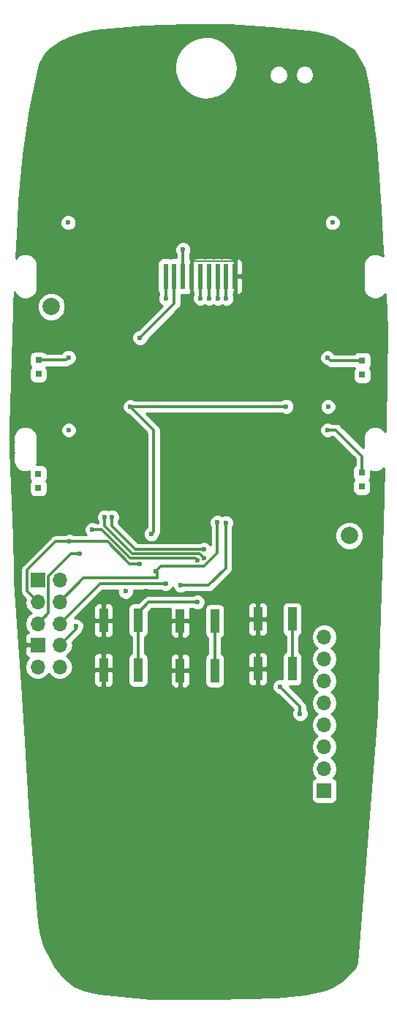
<source format=gbr>
G04 #@! TF.GenerationSoftware,KiCad,Pcbnew,5.0.1+dfsg1-3*
G04 #@! TF.CreationDate,2018-12-12T14:58:00+11:00*
G04 #@! TF.ProjectId,BSidesCBR2019,425369646573434252323031392E6B69,rev?*
G04 #@! TF.SameCoordinates,Original*
G04 #@! TF.FileFunction,Copper,L1,Top,Signal*
G04 #@! TF.FilePolarity,Positive*
%FSLAX46Y46*%
G04 Gerber Fmt 4.6, Leading zero omitted, Abs format (unit mm)*
G04 Created by KiCad (PCBNEW 5.0.1+dfsg1-3) date Wed 12 Dec 2018 14:58:00 AEDT*
%MOMM*%
%LPD*%
G01*
G04 APERTURE LIST*
G04 #@! TA.AperFunction,SMDPad,CuDef*
%ADD10R,0.800000X0.800000*%
G04 #@! TD*
G04 #@! TA.AperFunction,ComponentPad*
%ADD11R,1.700000X1.700000*%
G04 #@! TD*
G04 #@! TA.AperFunction,ComponentPad*
%ADD12O,1.700000X1.700000*%
G04 #@! TD*
G04 #@! TA.AperFunction,ViaPad*
%ADD13C,2.000000*%
G04 #@! TD*
G04 #@! TA.AperFunction,SMDPad,CuDef*
%ADD14R,0.600000X3.000000*%
G04 #@! TD*
G04 #@! TA.AperFunction,SMDPad,CuDef*
%ADD15R,1.000000X2.750000*%
G04 #@! TD*
G04 #@! TA.AperFunction,ViaPad*
%ADD16C,0.600000*%
G04 #@! TD*
G04 #@! TA.AperFunction,Conductor*
%ADD17C,0.300000*%
G04 #@! TD*
G04 #@! TA.AperFunction,Conductor*
%ADD18C,0.200000*%
G04 #@! TD*
G04 #@! TA.AperFunction,Conductor*
%ADD19C,0.254000*%
G04 #@! TD*
G04 APERTURE END LIST*
D10*
G04 #@! TO.P,D2,2*
G04 #@! TO.N,Net-(D2-Pad2)*
X78030000Y-83570000D03*
G04 #@! TO.P,D2,1*
G04 #@! TO.N,GND*
X78030000Y-85170000D03*
G04 #@! TD*
G04 #@! TO.P,D3,2*
G04 #@! TO.N,Net-(D3-Pad2)*
X77980000Y-96540000D03*
G04 #@! TO.P,D3,1*
G04 #@! TO.N,GND*
X77980000Y-98140000D03*
G04 #@! TD*
G04 #@! TO.P,D4,2*
G04 #@! TO.N,Net-(D4-Pad2)*
X40530000Y-96660000D03*
G04 #@! TO.P,D4,1*
G04 #@! TO.N,GND*
X40530000Y-98260000D03*
G04 #@! TD*
G04 #@! TO.P,D1,2*
G04 #@! TO.N,Net-(D1-Pad2)*
X40540000Y-83500000D03*
G04 #@! TO.P,D1,1*
G04 #@! TO.N,GND*
X40540000Y-85100000D03*
G04 #@! TD*
D11*
G04 #@! TO.P,J2,1*
G04 #@! TO.N,TXD*
X40460000Y-108920000D03*
D12*
G04 #@! TO.P,J2,2*
G04 #@! TO.N,RXD*
X43000000Y-108920000D03*
G04 #@! TO.P,J2,3*
G04 #@! TO.N,SCK*
X40460000Y-111460000D03*
G04 #@! TO.P,J2,4*
G04 #@! TO.N,MOSI*
X43000000Y-111460000D03*
G04 #@! TO.P,J2,5*
G04 #@! TO.N,RESET*
X40460000Y-114000000D03*
G04 #@! TO.P,J2,6*
G04 #@! TO.N,MISO*
X43000000Y-114000000D03*
G04 #@! TD*
D11*
G04 #@! TO.P,J1,1*
G04 #@! TO.N,+3.3v*
X40460000Y-116460000D03*
D12*
G04 #@! TO.P,J1,2*
G04 #@! TO.N,SDA*
X43000000Y-116460000D03*
G04 #@! TO.P,J1,3*
G04 #@! TO.N,GND*
X40460000Y-119000000D03*
G04 #@! TO.P,J1,4*
G04 #@! TO.N,SCL*
X43000000Y-119000000D03*
G04 #@! TD*
D13*
G04 #@! TO.N,*
G04 #@! TO.C,U2*
X76530000Y-103800000D03*
D14*
G04 #@! TD*
G04 #@! TO.P,U2,9*
G04 #@! TO.N,+3.3v*
X63280000Y-73800000D03*
G04 #@! TO.P,U2,8*
G04 #@! TO.N,SCK*
X62280000Y-73800000D03*
G04 #@! TO.P,U2,7*
G04 #@! TO.N,MOSI*
X61280000Y-73800000D03*
G04 #@! TO.P,U2,6*
G04 #@! TO.N,LCDDC*
X60280000Y-73800000D03*
G04 #@! TO.P,U2,1*
G04 #@! TO.N,LCDRST*
X55280000Y-73800000D03*
G04 #@! TO.P,U2,2*
G04 #@! TO.N,/VOUT*
X56280000Y-73800000D03*
G04 #@! TO.P,U2,5*
G04 #@! TO.N,LCDCE*
X59280000Y-73800000D03*
G04 #@! TO.P,U2,4*
G04 #@! TO.N,+3.3v*
X58280000Y-73800000D03*
G04 #@! TO.P,U2,3*
G04 #@! TO.N,GND*
X57280000Y-73800000D03*
D13*
G04 #@! TD*
G04 #@! TO.N,*
G04 #@! TO.C,U2*
X42030000Y-77300000D03*
D11*
G04 #@! TO.P,J3,1*
G04 #@! TO.N,D9*
X73634600Y-133324600D03*
D12*
G04 #@! TO.P,J3,2*
G04 #@! TO.N,D10*
X73634600Y-130784600D03*
G04 #@! TO.P,J3,3*
G04 #@! TO.N,AD0*
X73634600Y-128244600D03*
G04 #@! TO.P,J3,4*
G04 #@! TO.N,AD1*
X73634600Y-125704600D03*
G04 #@! TO.P,J3,5*
G04 #@! TO.N,AD3*
X73634600Y-123164600D03*
G04 #@! TO.P,J3,6*
G04 #@! TO.N,AD2*
X73634600Y-120624600D03*
G04 #@! TO.P,J3,7*
G04 #@! TO.N,A7*
X73634600Y-118084600D03*
G04 #@! TO.P,J3,8*
G04 #@! TO.N,A6*
X73634600Y-115544600D03*
G04 #@! TD*
D15*
G04 #@! TO.P,SW3,1*
G04 #@! TO.N,+3.3v*
X48088800Y-119359400D03*
X48088800Y-113609400D03*
G04 #@! TO.P,SW3,2*
G04 #@! TO.N,BUTTONL*
X52088800Y-113609400D03*
X52088800Y-119359400D03*
G04 #@! TD*
G04 #@! TO.P,SW4,1*
G04 #@! TO.N,+3.3v*
X56946800Y-119430800D03*
X56946800Y-113680800D03*
G04 #@! TO.P,SW4,2*
G04 #@! TO.N,BUTTONOK*
X60946800Y-113680800D03*
X60946800Y-119430800D03*
G04 #@! TD*
G04 #@! TO.P,SW5,1*
G04 #@! TO.N,+3.3v*
X65938400Y-119227600D03*
X65938400Y-113477600D03*
G04 #@! TO.P,SW5,2*
G04 #@! TO.N,BUTTONR*
X69938400Y-113477600D03*
X69938400Y-119227600D03*
G04 #@! TD*
D16*
G04 #@! TO.N,GND*
X50630000Y-110260010D03*
X57280000Y-70720000D03*
X40540000Y-85100000D03*
X40530000Y-98260000D03*
X78120000Y-98220000D03*
X78030000Y-85170000D03*
G04 #@! TO.N,Net-(D1-Pad2)*
X44020000Y-83190000D03*
G04 #@! TO.N,Net-(D2-Pad2)*
X74030000Y-83220000D03*
G04 #@! TO.N,+3.3v*
X70600000Y-52230000D03*
X53030000Y-110260010D03*
X42760000Y-100420000D03*
X52230000Y-101650000D03*
X50630000Y-101650000D03*
G04 #@! TO.N,SCK*
X57020000Y-109560000D03*
X62260000Y-102310000D03*
X62280000Y-76320000D03*
X44136096Y-104500012D03*
X52275632Y-107060032D03*
G04 #@! TO.N,MISO*
X55280000Y-109354021D03*
G04 #@! TO.N,MOSI*
X61270373Y-102300373D03*
X61280000Y-76330000D03*
X54102000Y-107950000D03*
G04 #@! TO.N,LCDRST*
X55270000Y-76350000D03*
G04 #@! TO.N,LCDBL+*
X69230000Y-88850000D03*
X51160000Y-88880000D03*
X74070000Y-88880000D03*
X53594000Y-103632000D03*
G04 #@! TO.N,LCDCE*
X59290000Y-76330000D03*
G04 #@! TO.N,LCDDC*
X60290000Y-76320000D03*
G04 #@! TO.N,RESET*
X45300000Y-105880000D03*
G04 #@! TO.N,SDA*
X44879990Y-114300000D03*
G04 #@! TO.N,Net-(D3-Pad2)*
X74020000Y-91590000D03*
G04 #@! TO.N,Net-(D4-Pad2)*
X40530000Y-96660000D03*
X44040000Y-91580000D03*
G04 #@! TO.N,/VOUT*
X52300000Y-80890000D03*
G04 #@! TO.N,AD0*
X68503800Y-121285000D03*
X70840600Y-124409200D03*
G04 #@! TO.N,BAT+*
X43980000Y-67580000D03*
X74580000Y-67580000D03*
G04 #@! TO.N,BUTTONL*
X46780000Y-103100000D03*
X58928000Y-106680000D03*
X58928000Y-111506000D03*
G04 #@! TO.N,BUTTONOK*
X48230000Y-101650000D03*
X59690000Y-106426000D03*
X60946800Y-113680800D03*
G04 #@! TO.N,BUTTONR*
X49030000Y-101650000D03*
X59690000Y-105410000D03*
X69850000Y-113284000D03*
G04 #@! TD*
D17*
G04 #@! TO.N,GND*
X57280000Y-70720000D02*
X57280000Y-73800000D01*
G04 #@! TO.N,Net-(D1-Pad2)*
X40540000Y-83500000D02*
X43710000Y-83500000D01*
X43710000Y-83500000D02*
X44020000Y-83190000D01*
G04 #@! TO.N,Net-(D2-Pad2)*
X74030000Y-83320000D02*
X74030000Y-83220000D01*
X74380000Y-83570000D02*
X74030000Y-83220000D01*
X78030000Y-83570000D02*
X74380000Y-83570000D01*
D18*
G04 #@! TO.N,+3.3v*
X58280000Y-73800000D02*
X58280000Y-72100000D01*
X58280000Y-72100000D02*
X58380001Y-71999999D01*
X63280000Y-72100000D02*
X63280000Y-73800000D01*
X58380001Y-71999999D02*
X63179999Y-71999999D01*
X63179999Y-71999999D02*
X63280000Y-72100000D01*
D17*
X40460000Y-116460000D02*
X39310000Y-116460000D01*
X39310000Y-116460000D02*
X38500000Y-115650000D01*
X50630000Y-101650000D02*
X52230000Y-101650000D01*
G04 #@! TO.N,SCK*
X44136096Y-104500012D02*
X42549986Y-104500012D01*
X42549986Y-104500012D02*
X39259999Y-107789999D01*
X39259999Y-107789999D02*
X39259999Y-110259999D01*
X39259999Y-110259999D02*
X40460000Y-111460000D01*
X62280000Y-73800000D02*
X62280000Y-76320000D01*
X62260000Y-102310000D02*
X62260000Y-107556244D01*
X62260000Y-107556244D02*
X60256244Y-109560000D01*
X57444264Y-109560000D02*
X57020000Y-109560000D01*
X60256244Y-109560000D02*
X57444264Y-109560000D01*
X51851368Y-107060032D02*
X52275632Y-107060032D01*
X44136096Y-104500012D02*
X48522890Y-104500012D01*
X48522890Y-104500012D02*
X51082910Y-107060032D01*
X51082910Y-107060032D02*
X51851368Y-107060032D01*
G04 #@! TO.N,MISO*
X43000000Y-114000000D02*
X47645979Y-109354021D01*
X54855736Y-109354021D02*
X55280000Y-109354021D01*
X47645979Y-109354021D02*
X54855736Y-109354021D01*
G04 #@! TO.N,MOSI*
X61280000Y-73800000D02*
X61280000Y-76330000D01*
X45755989Y-108704011D02*
X54300243Y-108704011D01*
X43000000Y-111460000D02*
X45755989Y-108704011D01*
X54300243Y-108704011D02*
X54300243Y-108005757D01*
X54300243Y-108005757D02*
X54157757Y-108005757D01*
X54157757Y-108005757D02*
X54102000Y-107950000D01*
X54721998Y-107330002D02*
X54102000Y-107950000D01*
X59748002Y-107330002D02*
X54721998Y-107330002D01*
X61270373Y-102300373D02*
X61270373Y-105807631D01*
X61270373Y-105807631D02*
X59748002Y-107330002D01*
G04 #@! TO.N,LCDRST*
X55280000Y-73800000D02*
X55280000Y-76340000D01*
X55280000Y-76340000D02*
X55270000Y-76350000D01*
G04 #@! TO.N,LCDBL+*
X51160000Y-88880000D02*
X69200000Y-88880000D01*
X69200000Y-88880000D02*
X69230000Y-88850000D01*
X53893999Y-91613999D02*
X53848000Y-91568000D01*
X53893999Y-103332001D02*
X53893999Y-91613999D01*
X51160000Y-88880000D02*
X53848000Y-91568000D01*
X53594000Y-103632000D02*
X53893999Y-103332001D01*
G04 #@! TO.N,LCDCE*
X59280000Y-73800000D02*
X59280000Y-76320000D01*
X59280000Y-76320000D02*
X59290000Y-76330000D01*
G04 #@! TO.N,LCDDC*
X60290000Y-76320000D02*
X60290000Y-73810000D01*
X60290000Y-73810000D02*
X60280000Y-73800000D01*
G04 #@! TO.N,RESET*
X40460000Y-114000000D02*
X41660001Y-112799999D01*
X44263998Y-105880000D02*
X45300000Y-105880000D01*
X41660001Y-112799999D02*
X41660001Y-108483997D01*
X41660001Y-108483997D02*
X44263998Y-105880000D01*
G04 #@! TO.N,SDA*
X44879990Y-114300000D02*
X44879990Y-114580010D01*
X44879990Y-114580010D02*
X43000000Y-116460000D01*
G04 #@! TO.N,Net-(D3-Pad2)*
X77980000Y-96540000D02*
X77980000Y-94600000D01*
X77980000Y-94600000D02*
X74970000Y-91590000D01*
X74970000Y-91590000D02*
X74020000Y-91590000D01*
G04 #@! TO.N,/VOUT*
X52300000Y-80890000D02*
X56280000Y-76910000D01*
X56280000Y-76910000D02*
X56280000Y-73800000D01*
G04 #@! TO.N,AD0*
X70840600Y-124409200D02*
X70840600Y-123621800D01*
X70840600Y-123621800D02*
X68503800Y-121285000D01*
G04 #@! TO.N,BUTTONL*
X52088800Y-117684400D02*
X52088800Y-114109410D01*
X52088800Y-119359400D02*
X52088800Y-117684400D01*
X46780000Y-103100000D02*
X47830000Y-103100000D01*
X51140021Y-106410021D02*
X58580223Y-106410021D01*
X47830000Y-103100000D02*
X51140021Y-106410021D01*
X58658021Y-106410021D02*
X58928000Y-106680000D01*
X58580223Y-106410021D02*
X58658021Y-106410021D01*
X52088800Y-112734400D02*
X52088800Y-113609400D01*
X53317200Y-111506000D02*
X52088800Y-112734400D01*
X58928000Y-111506000D02*
X53317200Y-111506000D01*
G04 #@! TO.N,BUTTONOK*
X60946800Y-119430800D02*
X60946800Y-114180810D01*
X51440011Y-105910011D02*
X48230000Y-102700000D01*
X48230000Y-102700000D02*
X48230000Y-101650000D01*
X58928000Y-105918000D02*
X58920011Y-105910011D01*
X58920011Y-105910011D02*
X51440011Y-105910011D01*
X59182000Y-105918000D02*
X59690000Y-106426000D01*
X58928000Y-105918000D02*
X59182000Y-105918000D01*
G04 #@! TO.N,BUTTONR*
X69938400Y-117552600D02*
X69938400Y-113977610D01*
X69938400Y-119227600D02*
X69938400Y-117552600D01*
X49030000Y-102700000D02*
X51740000Y-105410000D01*
X49030000Y-101650000D02*
X49030000Y-102700000D01*
X51740000Y-105410000D02*
X58166000Y-105410000D01*
X58166000Y-105410000D02*
X59690000Y-105410000D01*
G04 #@! TD*
D19*
G04 #@! TO.N,+3.3v*
G36*
X67444325Y-45007921D02*
X72561285Y-45499936D01*
X74702775Y-46151695D01*
X77025573Y-47609137D01*
X78229744Y-49660689D01*
X78650465Y-51624051D01*
X79643017Y-58671182D01*
X80091290Y-66042768D01*
X80387140Y-70973613D01*
X80387021Y-70974499D01*
X80391333Y-71043497D01*
X80395463Y-71112324D01*
X80395689Y-71113186D01*
X80418610Y-71479923D01*
X80314540Y-71375853D01*
X79805494Y-71165000D01*
X79254506Y-71165000D01*
X78745460Y-71375853D01*
X78355853Y-71765460D01*
X78145000Y-72274506D01*
X78145000Y-73325494D01*
X78186217Y-73425000D01*
X78145000Y-73524506D01*
X78145000Y-74575494D01*
X78186217Y-74675000D01*
X78145000Y-74774506D01*
X78145000Y-75325494D01*
X78355853Y-75834540D01*
X78745460Y-76224147D01*
X79254506Y-76435000D01*
X79805494Y-76435000D01*
X80314540Y-76224147D01*
X80674019Y-75864668D01*
X80839807Y-80009349D01*
X80690121Y-90986305D01*
X80671460Y-91732773D01*
X80314540Y-91375853D01*
X79805494Y-91165000D01*
X79254506Y-91165000D01*
X78745460Y-91375853D01*
X78355853Y-91765460D01*
X78145000Y-92274506D01*
X78145000Y-93325494D01*
X78186217Y-93425000D01*
X78145000Y-93524506D01*
X78145000Y-93654842D01*
X75579749Y-91089592D01*
X75535953Y-91024047D01*
X75276292Y-90850546D01*
X75047316Y-90805000D01*
X75047312Y-90805000D01*
X74970000Y-90789622D01*
X74892688Y-90805000D01*
X74557290Y-90805000D01*
X74549635Y-90797345D01*
X74205983Y-90655000D01*
X73834017Y-90655000D01*
X73490365Y-90797345D01*
X73227345Y-91060365D01*
X73085000Y-91404017D01*
X73085000Y-91775983D01*
X73227345Y-92119635D01*
X73490365Y-92382655D01*
X73834017Y-92525000D01*
X74205983Y-92525000D01*
X74549635Y-92382655D01*
X74557290Y-92375000D01*
X74644843Y-92375000D01*
X77195001Y-94925159D01*
X77195000Y-95633541D01*
X77122191Y-95682191D01*
X76981843Y-95892235D01*
X76932560Y-96140000D01*
X76932560Y-96940000D01*
X76981843Y-97187765D01*
X77083564Y-97340000D01*
X76981843Y-97492235D01*
X76932560Y-97740000D01*
X76932560Y-98540000D01*
X76981843Y-98787765D01*
X77122191Y-98997809D01*
X77332235Y-99138157D01*
X77580000Y-99187440D01*
X78380000Y-99187440D01*
X78627765Y-99138157D01*
X78837809Y-98997809D01*
X78978157Y-98787765D01*
X79027440Y-98540000D01*
X79027440Y-98472519D01*
X79055000Y-98405983D01*
X79055000Y-98034017D01*
X79027440Y-97967481D01*
X79027440Y-97740000D01*
X78978157Y-97492235D01*
X78876436Y-97340000D01*
X78978157Y-97187765D01*
X79027440Y-96940000D01*
X79027440Y-96340947D01*
X79254506Y-96435000D01*
X79805494Y-96435000D01*
X80314540Y-96224147D01*
X80556410Y-95982277D01*
X80342702Y-102308040D01*
X80342279Y-102309889D01*
X80340343Y-102377854D01*
X80338044Y-102445913D01*
X80338352Y-102447788D01*
X79890324Y-118178564D01*
X79690895Y-124460539D01*
X77399706Y-153249843D01*
X77235062Y-153710848D01*
X75600618Y-155345292D01*
X74714228Y-155921446D01*
X73781956Y-156320991D01*
X71387007Y-156847880D01*
X68053517Y-157191033D01*
X61042288Y-157389934D01*
X53534553Y-157340214D01*
X47564014Y-156797438D01*
X45966561Y-156421568D01*
X44746704Y-155924588D01*
X43954003Y-155352083D01*
X43084138Y-154528001D01*
X42452844Y-153671246D01*
X41164837Y-151238347D01*
X40845564Y-150052477D01*
X40604237Y-148507987D01*
X40407143Y-146635598D01*
X39508354Y-134951348D01*
X39062327Y-127577029D01*
X39063134Y-127570722D01*
X38613080Y-121069937D01*
X38613177Y-121069162D01*
X38608265Y-121000398D01*
X38603475Y-120931205D01*
X38603269Y-120930446D01*
X38108484Y-114003464D01*
X37809361Y-109018084D01*
X37772519Y-107789999D01*
X38459621Y-107789999D01*
X38474999Y-107867311D01*
X38475000Y-110182682D01*
X38459621Y-110259999D01*
X38520545Y-110566290D01*
X38650250Y-110760407D01*
X38650253Y-110760410D01*
X38694047Y-110825952D01*
X38759589Y-110869746D01*
X39012925Y-111123082D01*
X38945908Y-111460000D01*
X39061161Y-112039418D01*
X39389375Y-112530625D01*
X39687761Y-112730000D01*
X39389375Y-112929375D01*
X39061161Y-113420582D01*
X38945908Y-114000000D01*
X39061161Y-114579418D01*
X39359776Y-115026327D01*
X39250302Y-115071673D01*
X39071673Y-115250301D01*
X38975000Y-115483690D01*
X38975000Y-116174250D01*
X39133750Y-116333000D01*
X40333000Y-116333000D01*
X40333000Y-116313000D01*
X40587000Y-116313000D01*
X40587000Y-116333000D01*
X40607000Y-116333000D01*
X40607000Y-116587000D01*
X40587000Y-116587000D01*
X40587000Y-116607000D01*
X40333000Y-116607000D01*
X40333000Y-116587000D01*
X39133750Y-116587000D01*
X38975000Y-116745750D01*
X38975000Y-117436310D01*
X39071673Y-117669699D01*
X39250302Y-117848327D01*
X39411033Y-117914904D01*
X39389375Y-117929375D01*
X39061161Y-118420582D01*
X38945908Y-119000000D01*
X39061161Y-119579418D01*
X39389375Y-120070625D01*
X39880582Y-120398839D01*
X40313744Y-120485000D01*
X40606256Y-120485000D01*
X41039418Y-120398839D01*
X41530625Y-120070625D01*
X41730000Y-119772239D01*
X41929375Y-120070625D01*
X42420582Y-120398839D01*
X42853744Y-120485000D01*
X43146256Y-120485000D01*
X43579418Y-120398839D01*
X44070625Y-120070625D01*
X44354918Y-119645150D01*
X46953800Y-119645150D01*
X46953800Y-120860709D01*
X47050473Y-121094098D01*
X47229101Y-121272727D01*
X47462490Y-121369400D01*
X47803050Y-121369400D01*
X47961800Y-121210650D01*
X47961800Y-119486400D01*
X48215800Y-119486400D01*
X48215800Y-121210650D01*
X48374550Y-121369400D01*
X48715110Y-121369400D01*
X48948499Y-121272727D01*
X49127127Y-121094098D01*
X49223800Y-120860709D01*
X49223800Y-119645150D01*
X49065050Y-119486400D01*
X48215800Y-119486400D01*
X47961800Y-119486400D01*
X47112550Y-119486400D01*
X46953800Y-119645150D01*
X44354918Y-119645150D01*
X44398839Y-119579418D01*
X44514092Y-119000000D01*
X44398839Y-118420582D01*
X44070625Y-117929375D01*
X43963941Y-117858091D01*
X46953800Y-117858091D01*
X46953800Y-119073650D01*
X47112550Y-119232400D01*
X47961800Y-119232400D01*
X47961800Y-117508150D01*
X48215800Y-117508150D01*
X48215800Y-119232400D01*
X49065050Y-119232400D01*
X49223800Y-119073650D01*
X49223800Y-117858091D01*
X49127127Y-117624702D01*
X48948499Y-117446073D01*
X48715110Y-117349400D01*
X48374550Y-117349400D01*
X48215800Y-117508150D01*
X47961800Y-117508150D01*
X47803050Y-117349400D01*
X47462490Y-117349400D01*
X47229101Y-117446073D01*
X47050473Y-117624702D01*
X46953800Y-117858091D01*
X43963941Y-117858091D01*
X43772239Y-117730000D01*
X44070625Y-117530625D01*
X44398839Y-117039418D01*
X44514092Y-116460000D01*
X44447075Y-116123082D01*
X45380401Y-115189757D01*
X45445943Y-115145963D01*
X45489737Y-115080421D01*
X45489739Y-115080419D01*
X45619443Y-114886303D01*
X45619444Y-114886302D01*
X45620305Y-114881975D01*
X45672645Y-114829635D01*
X45814990Y-114485983D01*
X45814990Y-114114017D01*
X45724333Y-113895150D01*
X46953800Y-113895150D01*
X46953800Y-115110709D01*
X47050473Y-115344098D01*
X47229101Y-115522727D01*
X47462490Y-115619400D01*
X47803050Y-115619400D01*
X47961800Y-115460650D01*
X47961800Y-113736400D01*
X48215800Y-113736400D01*
X48215800Y-115460650D01*
X48374550Y-115619400D01*
X48715110Y-115619400D01*
X48948499Y-115522727D01*
X49127127Y-115344098D01*
X49223800Y-115110709D01*
X49223800Y-113895150D01*
X49065050Y-113736400D01*
X48215800Y-113736400D01*
X47961800Y-113736400D01*
X47112550Y-113736400D01*
X46953800Y-113895150D01*
X45724333Y-113895150D01*
X45672645Y-113770365D01*
X45409625Y-113507345D01*
X45065973Y-113365000D01*
X44745157Y-113365000D01*
X46002066Y-112108091D01*
X46953800Y-112108091D01*
X46953800Y-113323650D01*
X47112550Y-113482400D01*
X47961800Y-113482400D01*
X47961800Y-111758150D01*
X48215800Y-111758150D01*
X48215800Y-113482400D01*
X49065050Y-113482400D01*
X49223800Y-113323650D01*
X49223800Y-112234400D01*
X50941360Y-112234400D01*
X50941360Y-114984400D01*
X50990643Y-115232165D01*
X51130991Y-115442209D01*
X51303801Y-115557678D01*
X51303800Y-117411123D01*
X51130991Y-117526591D01*
X50990643Y-117736635D01*
X50941360Y-117984400D01*
X50941360Y-120734400D01*
X50990643Y-120982165D01*
X51130991Y-121192209D01*
X51341035Y-121332557D01*
X51588800Y-121381840D01*
X52588800Y-121381840D01*
X52836565Y-121332557D01*
X53046609Y-121192209D01*
X53186957Y-120982165D01*
X53236240Y-120734400D01*
X53236240Y-119716550D01*
X55811800Y-119716550D01*
X55811800Y-120932109D01*
X55908473Y-121165498D01*
X56087101Y-121344127D01*
X56320490Y-121440800D01*
X56661050Y-121440800D01*
X56819800Y-121282050D01*
X56819800Y-119557800D01*
X57073800Y-119557800D01*
X57073800Y-121282050D01*
X57232550Y-121440800D01*
X57573110Y-121440800D01*
X57806499Y-121344127D01*
X57985127Y-121165498D01*
X58081800Y-120932109D01*
X58081800Y-119716550D01*
X57923050Y-119557800D01*
X57073800Y-119557800D01*
X56819800Y-119557800D01*
X55970550Y-119557800D01*
X55811800Y-119716550D01*
X53236240Y-119716550D01*
X53236240Y-117984400D01*
X53225319Y-117929491D01*
X55811800Y-117929491D01*
X55811800Y-119145050D01*
X55970550Y-119303800D01*
X56819800Y-119303800D01*
X56819800Y-117579550D01*
X57073800Y-117579550D01*
X57073800Y-119303800D01*
X57923050Y-119303800D01*
X58081800Y-119145050D01*
X58081800Y-117929491D01*
X57985127Y-117696102D01*
X57806499Y-117517473D01*
X57573110Y-117420800D01*
X57232550Y-117420800D01*
X57073800Y-117579550D01*
X56819800Y-117579550D01*
X56661050Y-117420800D01*
X56320490Y-117420800D01*
X56087101Y-117517473D01*
X55908473Y-117696102D01*
X55811800Y-117929491D01*
X53225319Y-117929491D01*
X53186957Y-117736635D01*
X53046609Y-117526591D01*
X52873800Y-117411123D01*
X52873800Y-115557677D01*
X53046609Y-115442209D01*
X53186957Y-115232165D01*
X53236240Y-114984400D01*
X53236240Y-113966550D01*
X55811800Y-113966550D01*
X55811800Y-115182109D01*
X55908473Y-115415498D01*
X56087101Y-115594127D01*
X56320490Y-115690800D01*
X56661050Y-115690800D01*
X56819800Y-115532050D01*
X56819800Y-113807800D01*
X57073800Y-113807800D01*
X57073800Y-115532050D01*
X57232550Y-115690800D01*
X57573110Y-115690800D01*
X57806499Y-115594127D01*
X57985127Y-115415498D01*
X58081800Y-115182109D01*
X58081800Y-113966550D01*
X57923050Y-113807800D01*
X57073800Y-113807800D01*
X56819800Y-113807800D01*
X55970550Y-113807800D01*
X55811800Y-113966550D01*
X53236240Y-113966550D01*
X53236240Y-112697117D01*
X53642358Y-112291000D01*
X55811800Y-112291000D01*
X55811800Y-113395050D01*
X55970550Y-113553800D01*
X56819800Y-113553800D01*
X56819800Y-113533800D01*
X57073800Y-113533800D01*
X57073800Y-113553800D01*
X57923050Y-113553800D01*
X58081800Y-113395050D01*
X58081800Y-112291000D01*
X58390710Y-112291000D01*
X58398365Y-112298655D01*
X58742017Y-112441000D01*
X59113983Y-112441000D01*
X59440385Y-112305800D01*
X59799360Y-112305800D01*
X59799360Y-115055800D01*
X59848643Y-115303565D01*
X59988991Y-115513609D01*
X60161801Y-115629078D01*
X60161800Y-117482523D01*
X59988991Y-117597991D01*
X59848643Y-117808035D01*
X59799360Y-118055800D01*
X59799360Y-120805800D01*
X59848643Y-121053565D01*
X59988991Y-121263609D01*
X60199035Y-121403957D01*
X60446800Y-121453240D01*
X61446800Y-121453240D01*
X61694565Y-121403957D01*
X61904609Y-121263609D01*
X62044957Y-121053565D01*
X62094240Y-120805800D01*
X62094240Y-119513350D01*
X64803400Y-119513350D01*
X64803400Y-120728909D01*
X64900073Y-120962298D01*
X65078701Y-121140927D01*
X65312090Y-121237600D01*
X65652650Y-121237600D01*
X65811400Y-121078850D01*
X65811400Y-119354600D01*
X66065400Y-119354600D01*
X66065400Y-121078850D01*
X66224150Y-121237600D01*
X66564710Y-121237600D01*
X66798099Y-121140927D01*
X66840008Y-121099017D01*
X67568800Y-121099017D01*
X67568800Y-121470983D01*
X67711145Y-121814635D01*
X67974165Y-122077655D01*
X68317817Y-122220000D01*
X68328643Y-122220000D01*
X70030448Y-123921806D01*
X69905600Y-124223217D01*
X69905600Y-124595183D01*
X70047945Y-124938835D01*
X70310965Y-125201855D01*
X70654617Y-125344200D01*
X71026583Y-125344200D01*
X71370235Y-125201855D01*
X71633255Y-124938835D01*
X71775600Y-124595183D01*
X71775600Y-124223217D01*
X71633255Y-123879565D01*
X71625600Y-123871910D01*
X71625600Y-123699110D01*
X71640978Y-123621799D01*
X71625600Y-123544488D01*
X71625600Y-123544484D01*
X71580054Y-123315508D01*
X71479220Y-123164600D01*
X71450349Y-123121391D01*
X71450347Y-123121389D01*
X71406553Y-123055847D01*
X71341011Y-123012053D01*
X69578997Y-121250040D01*
X70438400Y-121250040D01*
X70686165Y-121200757D01*
X70896209Y-121060409D01*
X71036557Y-120850365D01*
X71085840Y-120602600D01*
X71085840Y-117852600D01*
X71036557Y-117604835D01*
X70896209Y-117394791D01*
X70723400Y-117279323D01*
X70723400Y-115544600D01*
X72120508Y-115544600D01*
X72235761Y-116124018D01*
X72563975Y-116615225D01*
X72862361Y-116814600D01*
X72563975Y-117013975D01*
X72235761Y-117505182D01*
X72120508Y-118084600D01*
X72235761Y-118664018D01*
X72563975Y-119155225D01*
X72862361Y-119354600D01*
X72563975Y-119553975D01*
X72235761Y-120045182D01*
X72120508Y-120624600D01*
X72235761Y-121204018D01*
X72563975Y-121695225D01*
X72862361Y-121894600D01*
X72563975Y-122093975D01*
X72235761Y-122585182D01*
X72120508Y-123164600D01*
X72235761Y-123744018D01*
X72563975Y-124235225D01*
X72862361Y-124434600D01*
X72563975Y-124633975D01*
X72235761Y-125125182D01*
X72120508Y-125704600D01*
X72235761Y-126284018D01*
X72563975Y-126775225D01*
X72862361Y-126974600D01*
X72563975Y-127173975D01*
X72235761Y-127665182D01*
X72120508Y-128244600D01*
X72235761Y-128824018D01*
X72563975Y-129315225D01*
X72862361Y-129514600D01*
X72563975Y-129713975D01*
X72235761Y-130205182D01*
X72120508Y-130784600D01*
X72235761Y-131364018D01*
X72563975Y-131855225D01*
X72582219Y-131867416D01*
X72536835Y-131876443D01*
X72326791Y-132016791D01*
X72186443Y-132226835D01*
X72137160Y-132474600D01*
X72137160Y-134174600D01*
X72186443Y-134422365D01*
X72326791Y-134632409D01*
X72536835Y-134772757D01*
X72784600Y-134822040D01*
X74484600Y-134822040D01*
X74732365Y-134772757D01*
X74942409Y-134632409D01*
X75082757Y-134422365D01*
X75132040Y-134174600D01*
X75132040Y-132474600D01*
X75082757Y-132226835D01*
X74942409Y-132016791D01*
X74732365Y-131876443D01*
X74686981Y-131867416D01*
X74705225Y-131855225D01*
X75033439Y-131364018D01*
X75148692Y-130784600D01*
X75033439Y-130205182D01*
X74705225Y-129713975D01*
X74406839Y-129514600D01*
X74705225Y-129315225D01*
X75033439Y-128824018D01*
X75148692Y-128244600D01*
X75033439Y-127665182D01*
X74705225Y-127173975D01*
X74406839Y-126974600D01*
X74705225Y-126775225D01*
X75033439Y-126284018D01*
X75148692Y-125704600D01*
X75033439Y-125125182D01*
X74705225Y-124633975D01*
X74406839Y-124434600D01*
X74705225Y-124235225D01*
X75033439Y-123744018D01*
X75148692Y-123164600D01*
X75033439Y-122585182D01*
X74705225Y-122093975D01*
X74406839Y-121894600D01*
X74705225Y-121695225D01*
X75033439Y-121204018D01*
X75148692Y-120624600D01*
X75033439Y-120045182D01*
X74705225Y-119553975D01*
X74406839Y-119354600D01*
X74705225Y-119155225D01*
X75033439Y-118664018D01*
X75148692Y-118084600D01*
X75033439Y-117505182D01*
X74705225Y-117013975D01*
X74406839Y-116814600D01*
X74705225Y-116615225D01*
X75033439Y-116124018D01*
X75148692Y-115544600D01*
X75033439Y-114965182D01*
X74705225Y-114473975D01*
X74214018Y-114145761D01*
X73780856Y-114059600D01*
X73488344Y-114059600D01*
X73055182Y-114145761D01*
X72563975Y-114473975D01*
X72235761Y-114965182D01*
X72120508Y-115544600D01*
X70723400Y-115544600D01*
X70723400Y-115425877D01*
X70896209Y-115310409D01*
X71036557Y-115100365D01*
X71085840Y-114852600D01*
X71085840Y-112102600D01*
X71036557Y-111854835D01*
X70896209Y-111644791D01*
X70686165Y-111504443D01*
X70438400Y-111455160D01*
X69438400Y-111455160D01*
X69190635Y-111504443D01*
X68980591Y-111644791D01*
X68840243Y-111854835D01*
X68790960Y-112102600D01*
X68790960Y-114852600D01*
X68840243Y-115100365D01*
X68980591Y-115310409D01*
X69153401Y-115425878D01*
X69153400Y-117279323D01*
X68980591Y-117394791D01*
X68840243Y-117604835D01*
X68790960Y-117852600D01*
X68790960Y-120391909D01*
X68689783Y-120350000D01*
X68317817Y-120350000D01*
X67974165Y-120492345D01*
X67711145Y-120755365D01*
X67568800Y-121099017D01*
X66840008Y-121099017D01*
X66976727Y-120962298D01*
X67073400Y-120728909D01*
X67073400Y-119513350D01*
X66914650Y-119354600D01*
X66065400Y-119354600D01*
X65811400Y-119354600D01*
X64962150Y-119354600D01*
X64803400Y-119513350D01*
X62094240Y-119513350D01*
X62094240Y-118055800D01*
X62044957Y-117808035D01*
X61990337Y-117726291D01*
X64803400Y-117726291D01*
X64803400Y-118941850D01*
X64962150Y-119100600D01*
X65811400Y-119100600D01*
X65811400Y-117376350D01*
X66065400Y-117376350D01*
X66065400Y-119100600D01*
X66914650Y-119100600D01*
X67073400Y-118941850D01*
X67073400Y-117726291D01*
X66976727Y-117492902D01*
X66798099Y-117314273D01*
X66564710Y-117217600D01*
X66224150Y-117217600D01*
X66065400Y-117376350D01*
X65811400Y-117376350D01*
X65652650Y-117217600D01*
X65312090Y-117217600D01*
X65078701Y-117314273D01*
X64900073Y-117492902D01*
X64803400Y-117726291D01*
X61990337Y-117726291D01*
X61904609Y-117597991D01*
X61731800Y-117482523D01*
X61731800Y-115629077D01*
X61904609Y-115513609D01*
X62044957Y-115303565D01*
X62094240Y-115055800D01*
X62094240Y-113763350D01*
X64803400Y-113763350D01*
X64803400Y-114978909D01*
X64900073Y-115212298D01*
X65078701Y-115390927D01*
X65312090Y-115487600D01*
X65652650Y-115487600D01*
X65811400Y-115328850D01*
X65811400Y-113604600D01*
X66065400Y-113604600D01*
X66065400Y-115328850D01*
X66224150Y-115487600D01*
X66564710Y-115487600D01*
X66798099Y-115390927D01*
X66976727Y-115212298D01*
X67073400Y-114978909D01*
X67073400Y-113763350D01*
X66914650Y-113604600D01*
X66065400Y-113604600D01*
X65811400Y-113604600D01*
X64962150Y-113604600D01*
X64803400Y-113763350D01*
X62094240Y-113763350D01*
X62094240Y-112305800D01*
X62044957Y-112058035D01*
X61990337Y-111976291D01*
X64803400Y-111976291D01*
X64803400Y-113191850D01*
X64962150Y-113350600D01*
X65811400Y-113350600D01*
X65811400Y-111626350D01*
X66065400Y-111626350D01*
X66065400Y-113350600D01*
X66914650Y-113350600D01*
X67073400Y-113191850D01*
X67073400Y-111976291D01*
X66976727Y-111742902D01*
X66798099Y-111564273D01*
X66564710Y-111467600D01*
X66224150Y-111467600D01*
X66065400Y-111626350D01*
X65811400Y-111626350D01*
X65652650Y-111467600D01*
X65312090Y-111467600D01*
X65078701Y-111564273D01*
X64900073Y-111742902D01*
X64803400Y-111976291D01*
X61990337Y-111976291D01*
X61904609Y-111847991D01*
X61694565Y-111707643D01*
X61446800Y-111658360D01*
X60446800Y-111658360D01*
X60199035Y-111707643D01*
X59988991Y-111847991D01*
X59848643Y-112058035D01*
X59799360Y-112305800D01*
X59440385Y-112305800D01*
X59457635Y-112298655D01*
X59720655Y-112035635D01*
X59863000Y-111691983D01*
X59863000Y-111320017D01*
X59720655Y-110976365D01*
X59457635Y-110713345D01*
X59113983Y-110571000D01*
X58742017Y-110571000D01*
X58398365Y-110713345D01*
X58390710Y-110721000D01*
X53394512Y-110721000D01*
X53317200Y-110705622D01*
X53239888Y-110721000D01*
X53239884Y-110721000D01*
X53041771Y-110760407D01*
X53010908Y-110766546D01*
X52816791Y-110896251D01*
X52816789Y-110896253D01*
X52751247Y-110940047D01*
X52707453Y-111005589D01*
X52126083Y-111586960D01*
X51588800Y-111586960D01*
X51341035Y-111636243D01*
X51130991Y-111776591D01*
X50990643Y-111986635D01*
X50941360Y-112234400D01*
X49223800Y-112234400D01*
X49223800Y-112108091D01*
X49127127Y-111874702D01*
X48948499Y-111696073D01*
X48715110Y-111599400D01*
X48374550Y-111599400D01*
X48215800Y-111758150D01*
X47961800Y-111758150D01*
X47803050Y-111599400D01*
X47462490Y-111599400D01*
X47229101Y-111696073D01*
X47050473Y-111874702D01*
X46953800Y-112108091D01*
X46002066Y-112108091D01*
X47971136Y-110139021D01*
X49695000Y-110139021D01*
X49695000Y-110445993D01*
X49837345Y-110789645D01*
X50100365Y-111052665D01*
X50444017Y-111195010D01*
X50815983Y-111195010D01*
X51159635Y-111052665D01*
X51422655Y-110789645D01*
X51565000Y-110445993D01*
X51565000Y-110139021D01*
X54742710Y-110139021D01*
X54750365Y-110146676D01*
X55094017Y-110289021D01*
X55465983Y-110289021D01*
X55809635Y-110146676D01*
X56072655Y-109883656D01*
X56107340Y-109799918D01*
X56227345Y-110089635D01*
X56490365Y-110352655D01*
X56834017Y-110495000D01*
X57205983Y-110495000D01*
X57549635Y-110352655D01*
X57557290Y-110345000D01*
X60178932Y-110345000D01*
X60256244Y-110360378D01*
X60333556Y-110345000D01*
X60333560Y-110345000D01*
X60562536Y-110299454D01*
X60822197Y-110125953D01*
X60865993Y-110060408D01*
X62760411Y-108165991D01*
X62825953Y-108122197D01*
X62869747Y-108056655D01*
X62869749Y-108056653D01*
X62999454Y-107862536D01*
X63013882Y-107789999D01*
X63045000Y-107633560D01*
X63045000Y-107633556D01*
X63060378Y-107556244D01*
X63045000Y-107478932D01*
X63045000Y-103474778D01*
X74895000Y-103474778D01*
X74895000Y-104125222D01*
X75143914Y-104726153D01*
X75603847Y-105186086D01*
X76204778Y-105435000D01*
X76855222Y-105435000D01*
X77456153Y-105186086D01*
X77916086Y-104726153D01*
X78165000Y-104125222D01*
X78165000Y-103474778D01*
X77916086Y-102873847D01*
X77456153Y-102413914D01*
X76855222Y-102165000D01*
X76204778Y-102165000D01*
X75603847Y-102413914D01*
X75143914Y-102873847D01*
X74895000Y-103474778D01*
X63045000Y-103474778D01*
X63045000Y-102847290D01*
X63052655Y-102839635D01*
X63195000Y-102495983D01*
X63195000Y-102124017D01*
X63052655Y-101780365D01*
X62789635Y-101517345D01*
X62445983Y-101375000D01*
X62074017Y-101375000D01*
X61776807Y-101498108D01*
X61456356Y-101365373D01*
X61084390Y-101365373D01*
X60740738Y-101507718D01*
X60477718Y-101770738D01*
X60335373Y-102114390D01*
X60335373Y-102486356D01*
X60477718Y-102830008D01*
X60485373Y-102837663D01*
X60485374Y-104886929D01*
X60482655Y-104880365D01*
X60219635Y-104617345D01*
X59875983Y-104475000D01*
X59504017Y-104475000D01*
X59160365Y-104617345D01*
X59152710Y-104625000D01*
X52065157Y-104625000D01*
X49815000Y-102374843D01*
X49815000Y-102187290D01*
X49822655Y-102179635D01*
X49965000Y-101835983D01*
X49965000Y-101464017D01*
X49822655Y-101120365D01*
X49559635Y-100857345D01*
X49215983Y-100715000D01*
X48844017Y-100715000D01*
X48630000Y-100803649D01*
X48415983Y-100715000D01*
X48044017Y-100715000D01*
X47700365Y-100857345D01*
X47437345Y-101120365D01*
X47295000Y-101464017D01*
X47295000Y-101835983D01*
X47437345Y-102179635D01*
X47445000Y-102187290D01*
X47445000Y-102315000D01*
X47317290Y-102315000D01*
X47309635Y-102307345D01*
X46965983Y-102165000D01*
X46594017Y-102165000D01*
X46250365Y-102307345D01*
X45987345Y-102570365D01*
X45845000Y-102914017D01*
X45845000Y-103285983D01*
X45987345Y-103629635D01*
X46072722Y-103715012D01*
X44673386Y-103715012D01*
X44665731Y-103707357D01*
X44322079Y-103565012D01*
X43950113Y-103565012D01*
X43606461Y-103707357D01*
X43598806Y-103715012D01*
X42627296Y-103715012D01*
X42549985Y-103699634D01*
X42472674Y-103715012D01*
X42472670Y-103715012D01*
X42243694Y-103760558D01*
X42157752Y-103817983D01*
X42049577Y-103890263D01*
X42049575Y-103890265D01*
X41984033Y-103934059D01*
X41940239Y-103999601D01*
X38759591Y-107180250D01*
X38694046Y-107224046D01*
X38650250Y-107289591D01*
X38561403Y-107422560D01*
X38520545Y-107483708D01*
X38474999Y-107712684D01*
X38474999Y-107712687D01*
X38459621Y-107789999D01*
X37772519Y-107789999D01*
X37661727Y-104096940D01*
X37661995Y-104095295D01*
X37659630Y-104027039D01*
X37657583Y-103958816D01*
X37657209Y-103957193D01*
X37310000Y-93937712D01*
X37310000Y-92274506D01*
X37645000Y-92274506D01*
X37645000Y-92825494D01*
X37686217Y-92925000D01*
X37645000Y-93024506D01*
X37645000Y-94075494D01*
X37686217Y-94175000D01*
X37645000Y-94274506D01*
X37645000Y-95325494D01*
X37855853Y-95834540D01*
X38245460Y-96224147D01*
X38754506Y-96435000D01*
X39305494Y-96435000D01*
X39482560Y-96361657D01*
X39482560Y-97060000D01*
X39531843Y-97307765D01*
X39633564Y-97460000D01*
X39531843Y-97612235D01*
X39482560Y-97860000D01*
X39482560Y-98660000D01*
X39531843Y-98907765D01*
X39672191Y-99117809D01*
X39882235Y-99258157D01*
X40130000Y-99307440D01*
X40930000Y-99307440D01*
X41177765Y-99258157D01*
X41387809Y-99117809D01*
X41528157Y-98907765D01*
X41577440Y-98660000D01*
X41577440Y-97860000D01*
X41528157Y-97612235D01*
X41426436Y-97460000D01*
X41528157Y-97307765D01*
X41577440Y-97060000D01*
X41577440Y-96260000D01*
X41528157Y-96012235D01*
X41387809Y-95802191D01*
X41177765Y-95661843D01*
X40930000Y-95612560D01*
X40296094Y-95612560D01*
X40415000Y-95325494D01*
X40415000Y-94274506D01*
X40373783Y-94175000D01*
X40415000Y-94075494D01*
X40415000Y-93024506D01*
X40373783Y-92925000D01*
X40415000Y-92825494D01*
X40415000Y-92274506D01*
X40204147Y-91765460D01*
X39832704Y-91394017D01*
X43105000Y-91394017D01*
X43105000Y-91765983D01*
X43247345Y-92109635D01*
X43510365Y-92372655D01*
X43854017Y-92515000D01*
X44225983Y-92515000D01*
X44569635Y-92372655D01*
X44832655Y-92109635D01*
X44975000Y-91765983D01*
X44975000Y-91394017D01*
X44832655Y-91050365D01*
X44569635Y-90787345D01*
X44225983Y-90645000D01*
X43854017Y-90645000D01*
X43510365Y-90787345D01*
X43247345Y-91050365D01*
X43105000Y-91394017D01*
X39832704Y-91394017D01*
X39814540Y-91375853D01*
X39305494Y-91165000D01*
X38754506Y-91165000D01*
X38245460Y-91375853D01*
X37855853Y-91765460D01*
X37645000Y-92274506D01*
X37310000Y-92274506D01*
X37310000Y-90959208D01*
X37368945Y-88694017D01*
X50225000Y-88694017D01*
X50225000Y-89065983D01*
X50367345Y-89409635D01*
X50630365Y-89672655D01*
X50974017Y-89815000D01*
X50984843Y-89815000D01*
X53109000Y-91939158D01*
X53108999Y-102820857D01*
X53064365Y-102839345D01*
X52801345Y-103102365D01*
X52659000Y-103446017D01*
X52659000Y-103817983D01*
X52801345Y-104161635D01*
X53064365Y-104424655D01*
X53408017Y-104567000D01*
X53779983Y-104567000D01*
X54123635Y-104424655D01*
X54386655Y-104161635D01*
X54529000Y-103817983D01*
X54529000Y-103794617D01*
X54633453Y-103638293D01*
X54678999Y-103409317D01*
X54678999Y-103409313D01*
X54694377Y-103332001D01*
X54678999Y-103254689D01*
X54678999Y-91691309D01*
X54694377Y-91613998D01*
X54678999Y-91536687D01*
X54678999Y-91536683D01*
X54633453Y-91307707D01*
X54459952Y-91048046D01*
X54394410Y-91004252D01*
X53055157Y-89665000D01*
X68754311Y-89665000D01*
X69044017Y-89785000D01*
X69415983Y-89785000D01*
X69759635Y-89642655D01*
X70022655Y-89379635D01*
X70165000Y-89035983D01*
X70165000Y-88694017D01*
X73135000Y-88694017D01*
X73135000Y-89065983D01*
X73277345Y-89409635D01*
X73540365Y-89672655D01*
X73884017Y-89815000D01*
X74255983Y-89815000D01*
X74599635Y-89672655D01*
X74862655Y-89409635D01*
X75005000Y-89065983D01*
X75005000Y-88694017D01*
X74862655Y-88350365D01*
X74599635Y-88087345D01*
X74255983Y-87945000D01*
X73884017Y-87945000D01*
X73540365Y-88087345D01*
X73277345Y-88350365D01*
X73135000Y-88694017D01*
X70165000Y-88694017D01*
X70165000Y-88664017D01*
X70022655Y-88320365D01*
X69759635Y-88057345D01*
X69415983Y-87915000D01*
X69044017Y-87915000D01*
X68700365Y-88057345D01*
X68662710Y-88095000D01*
X51697290Y-88095000D01*
X51689635Y-88087345D01*
X51345983Y-87945000D01*
X50974017Y-87945000D01*
X50630365Y-88087345D01*
X50367345Y-88350365D01*
X50225000Y-88694017D01*
X37368945Y-88694017D01*
X37514514Y-83100000D01*
X39492560Y-83100000D01*
X39492560Y-83900000D01*
X39541843Y-84147765D01*
X39643564Y-84300000D01*
X39541843Y-84452235D01*
X39492560Y-84700000D01*
X39492560Y-85500000D01*
X39541843Y-85747765D01*
X39682191Y-85957809D01*
X39892235Y-86098157D01*
X40140000Y-86147440D01*
X40940000Y-86147440D01*
X41187765Y-86098157D01*
X41397809Y-85957809D01*
X41538157Y-85747765D01*
X41587440Y-85500000D01*
X41587440Y-84700000D01*
X41538157Y-84452235D01*
X41436436Y-84300000D01*
X41446459Y-84285000D01*
X43632688Y-84285000D01*
X43710000Y-84300378D01*
X43787312Y-84285000D01*
X43787316Y-84285000D01*
X44016292Y-84239454D01*
X44187583Y-84125000D01*
X44205983Y-84125000D01*
X44549635Y-83982655D01*
X44812655Y-83719635D01*
X44955000Y-83375983D01*
X44955000Y-83034017D01*
X73095000Y-83034017D01*
X73095000Y-83405983D01*
X73237345Y-83749635D01*
X73500365Y-84012655D01*
X73840164Y-84153404D01*
X74073708Y-84309454D01*
X74302684Y-84355000D01*
X74302688Y-84355000D01*
X74380000Y-84370378D01*
X74457312Y-84355000D01*
X77123541Y-84355000D01*
X77133564Y-84370000D01*
X77031843Y-84522235D01*
X76982560Y-84770000D01*
X76982560Y-85570000D01*
X77031843Y-85817765D01*
X77172191Y-86027809D01*
X77382235Y-86168157D01*
X77630000Y-86217440D01*
X78430000Y-86217440D01*
X78677765Y-86168157D01*
X78887809Y-86027809D01*
X79028157Y-85817765D01*
X79077440Y-85570000D01*
X79077440Y-84770000D01*
X79028157Y-84522235D01*
X78926436Y-84370000D01*
X79028157Y-84217765D01*
X79077440Y-83970000D01*
X79077440Y-83170000D01*
X79028157Y-82922235D01*
X78887809Y-82712191D01*
X78677765Y-82571843D01*
X78430000Y-82522560D01*
X77630000Y-82522560D01*
X77382235Y-82571843D01*
X77172191Y-82712191D01*
X77123541Y-82785000D01*
X74861854Y-82785000D01*
X74822655Y-82690365D01*
X74559635Y-82427345D01*
X74215983Y-82285000D01*
X73844017Y-82285000D01*
X73500365Y-82427345D01*
X73237345Y-82690365D01*
X73095000Y-83034017D01*
X44955000Y-83034017D01*
X44955000Y-83004017D01*
X44812655Y-82660365D01*
X44549635Y-82397345D01*
X44205983Y-82255000D01*
X43834017Y-82255000D01*
X43490365Y-82397345D01*
X43227345Y-82660365D01*
X43204714Y-82715000D01*
X41446459Y-82715000D01*
X41397809Y-82642191D01*
X41187765Y-82501843D01*
X40940000Y-82452560D01*
X40140000Y-82452560D01*
X39892235Y-82501843D01*
X39682191Y-82642191D01*
X39541843Y-82852235D01*
X39492560Y-83100000D01*
X37514514Y-83100000D01*
X37576863Y-80704017D01*
X51365000Y-80704017D01*
X51365000Y-81075983D01*
X51507345Y-81419635D01*
X51770365Y-81682655D01*
X52114017Y-81825000D01*
X52485983Y-81825000D01*
X52829635Y-81682655D01*
X53092655Y-81419635D01*
X53235000Y-81075983D01*
X53235000Y-81065157D01*
X56780411Y-77519747D01*
X56845953Y-77475953D01*
X56889747Y-77410411D01*
X56889749Y-77410409D01*
X57019454Y-77216292D01*
X57038532Y-77120379D01*
X57065000Y-76987316D01*
X57065000Y-76987312D01*
X57080378Y-76910000D01*
X57065000Y-76832688D01*
X57065000Y-75947440D01*
X57580000Y-75947440D01*
X57785189Y-75906626D01*
X57853691Y-75935000D01*
X57994250Y-75935000D01*
X58153000Y-75776250D01*
X58153000Y-75585415D01*
X58178157Y-75547765D01*
X58227440Y-75300000D01*
X58227440Y-72300000D01*
X58332560Y-72300000D01*
X58332560Y-75300000D01*
X58381843Y-75547765D01*
X58407000Y-75585415D01*
X58407000Y-75776250D01*
X58477947Y-75847197D01*
X58355000Y-76144017D01*
X58355000Y-76515983D01*
X58497345Y-76859635D01*
X58760365Y-77122655D01*
X59104017Y-77265000D01*
X59475983Y-77265000D01*
X59802071Y-77129930D01*
X60104017Y-77255000D01*
X60475983Y-77255000D01*
X60772929Y-77132001D01*
X61094017Y-77265000D01*
X61465983Y-77265000D01*
X61792071Y-77129930D01*
X62094017Y-77255000D01*
X62465983Y-77255000D01*
X62809635Y-77112655D01*
X63072655Y-76849635D01*
X63215000Y-76505983D01*
X63215000Y-76134017D01*
X63092053Y-75837197D01*
X63153000Y-75776250D01*
X63153000Y-75585415D01*
X63178157Y-75547765D01*
X63227440Y-75300000D01*
X63227440Y-73927000D01*
X63407000Y-73927000D01*
X63407000Y-75776250D01*
X63565750Y-75935000D01*
X63706309Y-75935000D01*
X63939698Y-75838327D01*
X64118327Y-75659699D01*
X64215000Y-75426310D01*
X64215000Y-74085750D01*
X64056250Y-73927000D01*
X63407000Y-73927000D01*
X63227440Y-73927000D01*
X63227440Y-72300000D01*
X63178157Y-72052235D01*
X63153000Y-72014585D01*
X63153000Y-71823750D01*
X63407000Y-71823750D01*
X63407000Y-73673000D01*
X64056250Y-73673000D01*
X64215000Y-73514250D01*
X64215000Y-72173690D01*
X64118327Y-71940301D01*
X63939698Y-71761673D01*
X63706309Y-71665000D01*
X63565750Y-71665000D01*
X63407000Y-71823750D01*
X63153000Y-71823750D01*
X62994250Y-71665000D01*
X62853691Y-71665000D01*
X62785189Y-71693374D01*
X62580000Y-71652560D01*
X61980000Y-71652560D01*
X61780000Y-71692342D01*
X61580000Y-71652560D01*
X60980000Y-71652560D01*
X60780000Y-71692342D01*
X60580000Y-71652560D01*
X59980000Y-71652560D01*
X59780000Y-71692342D01*
X59580000Y-71652560D01*
X58980000Y-71652560D01*
X58774811Y-71693374D01*
X58706309Y-71665000D01*
X58565750Y-71665000D01*
X58407000Y-71823750D01*
X58407000Y-72014585D01*
X58381843Y-72052235D01*
X58332560Y-72300000D01*
X58227440Y-72300000D01*
X58178157Y-72052235D01*
X58153000Y-72014585D01*
X58153000Y-71823750D01*
X58065000Y-71735750D01*
X58065000Y-71257290D01*
X58072655Y-71249635D01*
X58215000Y-70905983D01*
X58215000Y-70534017D01*
X58072655Y-70190365D01*
X57809635Y-69927345D01*
X57465983Y-69785000D01*
X57094017Y-69785000D01*
X56750365Y-69927345D01*
X56487345Y-70190365D01*
X56345000Y-70534017D01*
X56345000Y-70905983D01*
X56487345Y-71249635D01*
X56495000Y-71257290D01*
X56495000Y-71652560D01*
X55980000Y-71652560D01*
X55780000Y-71692342D01*
X55580000Y-71652560D01*
X54980000Y-71652560D01*
X54732235Y-71701843D01*
X54522191Y-71842191D01*
X54381843Y-72052235D01*
X54332560Y-72300000D01*
X54332560Y-75300000D01*
X54381843Y-75547765D01*
X54495001Y-75717116D01*
X54495001Y-75802709D01*
X54477345Y-75820365D01*
X54335000Y-76164017D01*
X54335000Y-76535983D01*
X54477345Y-76879635D01*
X54740365Y-77142655D01*
X54879539Y-77200303D01*
X52124843Y-79955000D01*
X52114017Y-79955000D01*
X51770365Y-80097345D01*
X51507345Y-80360365D01*
X51365000Y-80704017D01*
X37576863Y-80704017D01*
X37659521Y-77527598D01*
X37688153Y-76974778D01*
X40395000Y-76974778D01*
X40395000Y-77625222D01*
X40643914Y-78226153D01*
X41103847Y-78686086D01*
X41704778Y-78935000D01*
X42355222Y-78935000D01*
X42956153Y-78686086D01*
X43416086Y-78226153D01*
X43665000Y-77625222D01*
X43665000Y-76974778D01*
X43416086Y-76373847D01*
X42956153Y-75913914D01*
X42355222Y-75665000D01*
X41704778Y-75665000D01*
X41103847Y-75913914D01*
X40643914Y-76373847D01*
X40395000Y-76974778D01*
X37688153Y-76974778D01*
X37759285Y-75601403D01*
X37855853Y-75834540D01*
X38245460Y-76224147D01*
X38754506Y-76435000D01*
X39305494Y-76435000D01*
X39814540Y-76224147D01*
X40204147Y-75834540D01*
X40415000Y-75325494D01*
X40415000Y-74274506D01*
X40373783Y-74175000D01*
X40415000Y-74075494D01*
X40415000Y-73524506D01*
X40373783Y-73425000D01*
X40415000Y-73325494D01*
X40415000Y-72274506D01*
X40204147Y-71765460D01*
X39814540Y-71375853D01*
X39305494Y-71165000D01*
X38754506Y-71165000D01*
X38245460Y-71375853D01*
X37963536Y-71657777D01*
X38184368Y-67394017D01*
X43045000Y-67394017D01*
X43045000Y-67765983D01*
X43187345Y-68109635D01*
X43450365Y-68372655D01*
X43794017Y-68515000D01*
X44165983Y-68515000D01*
X44509635Y-68372655D01*
X44772655Y-68109635D01*
X44915000Y-67765983D01*
X44915000Y-67394017D01*
X73645000Y-67394017D01*
X73645000Y-67765983D01*
X73787345Y-68109635D01*
X74050365Y-68372655D01*
X74394017Y-68515000D01*
X74765983Y-68515000D01*
X75109635Y-68372655D01*
X75372655Y-68109635D01*
X75515000Y-67765983D01*
X75515000Y-67394017D01*
X75372655Y-67050365D01*
X75109635Y-66787345D01*
X74765983Y-66645000D01*
X74394017Y-66645000D01*
X74050365Y-66787345D01*
X73787345Y-67050365D01*
X73645000Y-67394017D01*
X44915000Y-67394017D01*
X44772655Y-67050365D01*
X44509635Y-66787345D01*
X44165983Y-66645000D01*
X43794017Y-66645000D01*
X43450365Y-66787345D01*
X43187345Y-67050365D01*
X43045000Y-67394017D01*
X38184368Y-67394017D01*
X38308305Y-65001101D01*
X38805351Y-59633000D01*
X39549260Y-54425636D01*
X40670709Y-49257218D01*
X56334384Y-49257218D01*
X56341000Y-50099525D01*
X56541210Y-50917717D01*
X56924276Y-51667907D01*
X57469648Y-52309852D01*
X58148072Y-52809116D01*
X58923156Y-53138917D01*
X59753321Y-53281566D01*
X60594037Y-53229409D01*
X61400206Y-52985245D01*
X62128582Y-52562170D01*
X62740094Y-51982880D01*
X63201939Y-51278450D01*
X63489343Y-50486665D01*
X63516447Y-50254180D01*
X67265000Y-50254180D01*
X67265000Y-50685820D01*
X67430182Y-51084603D01*
X67735397Y-51389818D01*
X68134180Y-51555000D01*
X68565820Y-51555000D01*
X68964603Y-51389818D01*
X69269818Y-51084603D01*
X69435000Y-50685820D01*
X69435000Y-50254180D01*
X70265000Y-50254180D01*
X70265000Y-50685820D01*
X70430182Y-51084603D01*
X70735397Y-51389818D01*
X71134180Y-51555000D01*
X71565820Y-51555000D01*
X71964603Y-51389818D01*
X72269818Y-51084603D01*
X72435000Y-50685820D01*
X72435000Y-50254180D01*
X72269818Y-49855397D01*
X71964603Y-49550182D01*
X71565820Y-49385000D01*
X71134180Y-49385000D01*
X70735397Y-49550182D01*
X70430182Y-49855397D01*
X70265000Y-50254180D01*
X69435000Y-50254180D01*
X69269818Y-49855397D01*
X68964603Y-49550182D01*
X68565820Y-49385000D01*
X68134180Y-49385000D01*
X67735397Y-49550182D01*
X67430182Y-49855397D01*
X67265000Y-50254180D01*
X63516447Y-50254180D01*
X63586888Y-49650000D01*
X63586439Y-49592874D01*
X63475764Y-48757845D01*
X63175959Y-47970672D01*
X62703106Y-47273582D01*
X62082571Y-46703969D01*
X61347639Y-46292388D01*
X60537735Y-46060916D01*
X59696304Y-46021971D01*
X58868481Y-46177642D01*
X58098673Y-46519578D01*
X57428175Y-47029436D01*
X56892953Y-47679868D01*
X56521718Y-48435982D01*
X56334384Y-49257218D01*
X40670709Y-49257218D01*
X40673723Y-49243331D01*
X41229434Y-48174656D01*
X42004659Y-47399432D01*
X43149982Y-46620614D01*
X44257449Y-46113024D01*
X45578834Y-45688293D01*
X47003688Y-45403322D01*
X52694488Y-44858984D01*
X57660618Y-44710000D01*
X62578300Y-44710000D01*
X67444325Y-45007921D01*
X67444325Y-45007921D01*
G37*
X67444325Y-45007921D02*
X72561285Y-45499936D01*
X74702775Y-46151695D01*
X77025573Y-47609137D01*
X78229744Y-49660689D01*
X78650465Y-51624051D01*
X79643017Y-58671182D01*
X80091290Y-66042768D01*
X80387140Y-70973613D01*
X80387021Y-70974499D01*
X80391333Y-71043497D01*
X80395463Y-71112324D01*
X80395689Y-71113186D01*
X80418610Y-71479923D01*
X80314540Y-71375853D01*
X79805494Y-71165000D01*
X79254506Y-71165000D01*
X78745460Y-71375853D01*
X78355853Y-71765460D01*
X78145000Y-72274506D01*
X78145000Y-73325494D01*
X78186217Y-73425000D01*
X78145000Y-73524506D01*
X78145000Y-74575494D01*
X78186217Y-74675000D01*
X78145000Y-74774506D01*
X78145000Y-75325494D01*
X78355853Y-75834540D01*
X78745460Y-76224147D01*
X79254506Y-76435000D01*
X79805494Y-76435000D01*
X80314540Y-76224147D01*
X80674019Y-75864668D01*
X80839807Y-80009349D01*
X80690121Y-90986305D01*
X80671460Y-91732773D01*
X80314540Y-91375853D01*
X79805494Y-91165000D01*
X79254506Y-91165000D01*
X78745460Y-91375853D01*
X78355853Y-91765460D01*
X78145000Y-92274506D01*
X78145000Y-93325494D01*
X78186217Y-93425000D01*
X78145000Y-93524506D01*
X78145000Y-93654842D01*
X75579749Y-91089592D01*
X75535953Y-91024047D01*
X75276292Y-90850546D01*
X75047316Y-90805000D01*
X75047312Y-90805000D01*
X74970000Y-90789622D01*
X74892688Y-90805000D01*
X74557290Y-90805000D01*
X74549635Y-90797345D01*
X74205983Y-90655000D01*
X73834017Y-90655000D01*
X73490365Y-90797345D01*
X73227345Y-91060365D01*
X73085000Y-91404017D01*
X73085000Y-91775983D01*
X73227345Y-92119635D01*
X73490365Y-92382655D01*
X73834017Y-92525000D01*
X74205983Y-92525000D01*
X74549635Y-92382655D01*
X74557290Y-92375000D01*
X74644843Y-92375000D01*
X77195001Y-94925159D01*
X77195000Y-95633541D01*
X77122191Y-95682191D01*
X76981843Y-95892235D01*
X76932560Y-96140000D01*
X76932560Y-96940000D01*
X76981843Y-97187765D01*
X77083564Y-97340000D01*
X76981843Y-97492235D01*
X76932560Y-97740000D01*
X76932560Y-98540000D01*
X76981843Y-98787765D01*
X77122191Y-98997809D01*
X77332235Y-99138157D01*
X77580000Y-99187440D01*
X78380000Y-99187440D01*
X78627765Y-99138157D01*
X78837809Y-98997809D01*
X78978157Y-98787765D01*
X79027440Y-98540000D01*
X79027440Y-98472519D01*
X79055000Y-98405983D01*
X79055000Y-98034017D01*
X79027440Y-97967481D01*
X79027440Y-97740000D01*
X78978157Y-97492235D01*
X78876436Y-97340000D01*
X78978157Y-97187765D01*
X79027440Y-96940000D01*
X79027440Y-96340947D01*
X79254506Y-96435000D01*
X79805494Y-96435000D01*
X80314540Y-96224147D01*
X80556410Y-95982277D01*
X80342702Y-102308040D01*
X80342279Y-102309889D01*
X80340343Y-102377854D01*
X80338044Y-102445913D01*
X80338352Y-102447788D01*
X79890324Y-118178564D01*
X79690895Y-124460539D01*
X77399706Y-153249843D01*
X77235062Y-153710848D01*
X75600618Y-155345292D01*
X74714228Y-155921446D01*
X73781956Y-156320991D01*
X71387007Y-156847880D01*
X68053517Y-157191033D01*
X61042288Y-157389934D01*
X53534553Y-157340214D01*
X47564014Y-156797438D01*
X45966561Y-156421568D01*
X44746704Y-155924588D01*
X43954003Y-155352083D01*
X43084138Y-154528001D01*
X42452844Y-153671246D01*
X41164837Y-151238347D01*
X40845564Y-150052477D01*
X40604237Y-148507987D01*
X40407143Y-146635598D01*
X39508354Y-134951348D01*
X39062327Y-127577029D01*
X39063134Y-127570722D01*
X38613080Y-121069937D01*
X38613177Y-121069162D01*
X38608265Y-121000398D01*
X38603475Y-120931205D01*
X38603269Y-120930446D01*
X38108484Y-114003464D01*
X37809361Y-109018084D01*
X37772519Y-107789999D01*
X38459621Y-107789999D01*
X38474999Y-107867311D01*
X38475000Y-110182682D01*
X38459621Y-110259999D01*
X38520545Y-110566290D01*
X38650250Y-110760407D01*
X38650253Y-110760410D01*
X38694047Y-110825952D01*
X38759589Y-110869746D01*
X39012925Y-111123082D01*
X38945908Y-111460000D01*
X39061161Y-112039418D01*
X39389375Y-112530625D01*
X39687761Y-112730000D01*
X39389375Y-112929375D01*
X39061161Y-113420582D01*
X38945908Y-114000000D01*
X39061161Y-114579418D01*
X39359776Y-115026327D01*
X39250302Y-115071673D01*
X39071673Y-115250301D01*
X38975000Y-115483690D01*
X38975000Y-116174250D01*
X39133750Y-116333000D01*
X40333000Y-116333000D01*
X40333000Y-116313000D01*
X40587000Y-116313000D01*
X40587000Y-116333000D01*
X40607000Y-116333000D01*
X40607000Y-116587000D01*
X40587000Y-116587000D01*
X40587000Y-116607000D01*
X40333000Y-116607000D01*
X40333000Y-116587000D01*
X39133750Y-116587000D01*
X38975000Y-116745750D01*
X38975000Y-117436310D01*
X39071673Y-117669699D01*
X39250302Y-117848327D01*
X39411033Y-117914904D01*
X39389375Y-117929375D01*
X39061161Y-118420582D01*
X38945908Y-119000000D01*
X39061161Y-119579418D01*
X39389375Y-120070625D01*
X39880582Y-120398839D01*
X40313744Y-120485000D01*
X40606256Y-120485000D01*
X41039418Y-120398839D01*
X41530625Y-120070625D01*
X41730000Y-119772239D01*
X41929375Y-120070625D01*
X42420582Y-120398839D01*
X42853744Y-120485000D01*
X43146256Y-120485000D01*
X43579418Y-120398839D01*
X44070625Y-120070625D01*
X44354918Y-119645150D01*
X46953800Y-119645150D01*
X46953800Y-120860709D01*
X47050473Y-121094098D01*
X47229101Y-121272727D01*
X47462490Y-121369400D01*
X47803050Y-121369400D01*
X47961800Y-121210650D01*
X47961800Y-119486400D01*
X48215800Y-119486400D01*
X48215800Y-121210650D01*
X48374550Y-121369400D01*
X48715110Y-121369400D01*
X48948499Y-121272727D01*
X49127127Y-121094098D01*
X49223800Y-120860709D01*
X49223800Y-119645150D01*
X49065050Y-119486400D01*
X48215800Y-119486400D01*
X47961800Y-119486400D01*
X47112550Y-119486400D01*
X46953800Y-119645150D01*
X44354918Y-119645150D01*
X44398839Y-119579418D01*
X44514092Y-119000000D01*
X44398839Y-118420582D01*
X44070625Y-117929375D01*
X43963941Y-117858091D01*
X46953800Y-117858091D01*
X46953800Y-119073650D01*
X47112550Y-119232400D01*
X47961800Y-119232400D01*
X47961800Y-117508150D01*
X48215800Y-117508150D01*
X48215800Y-119232400D01*
X49065050Y-119232400D01*
X49223800Y-119073650D01*
X49223800Y-117858091D01*
X49127127Y-117624702D01*
X48948499Y-117446073D01*
X48715110Y-117349400D01*
X48374550Y-117349400D01*
X48215800Y-117508150D01*
X47961800Y-117508150D01*
X47803050Y-117349400D01*
X47462490Y-117349400D01*
X47229101Y-117446073D01*
X47050473Y-117624702D01*
X46953800Y-117858091D01*
X43963941Y-117858091D01*
X43772239Y-117730000D01*
X44070625Y-117530625D01*
X44398839Y-117039418D01*
X44514092Y-116460000D01*
X44447075Y-116123082D01*
X45380401Y-115189757D01*
X45445943Y-115145963D01*
X45489737Y-115080421D01*
X45489739Y-115080419D01*
X45619443Y-114886303D01*
X45619444Y-114886302D01*
X45620305Y-114881975D01*
X45672645Y-114829635D01*
X45814990Y-114485983D01*
X45814990Y-114114017D01*
X45724333Y-113895150D01*
X46953800Y-113895150D01*
X46953800Y-115110709D01*
X47050473Y-115344098D01*
X47229101Y-115522727D01*
X47462490Y-115619400D01*
X47803050Y-115619400D01*
X47961800Y-115460650D01*
X47961800Y-113736400D01*
X48215800Y-113736400D01*
X48215800Y-115460650D01*
X48374550Y-115619400D01*
X48715110Y-115619400D01*
X48948499Y-115522727D01*
X49127127Y-115344098D01*
X49223800Y-115110709D01*
X49223800Y-113895150D01*
X49065050Y-113736400D01*
X48215800Y-113736400D01*
X47961800Y-113736400D01*
X47112550Y-113736400D01*
X46953800Y-113895150D01*
X45724333Y-113895150D01*
X45672645Y-113770365D01*
X45409625Y-113507345D01*
X45065973Y-113365000D01*
X44745157Y-113365000D01*
X46002066Y-112108091D01*
X46953800Y-112108091D01*
X46953800Y-113323650D01*
X47112550Y-113482400D01*
X47961800Y-113482400D01*
X47961800Y-111758150D01*
X48215800Y-111758150D01*
X48215800Y-113482400D01*
X49065050Y-113482400D01*
X49223800Y-113323650D01*
X49223800Y-112234400D01*
X50941360Y-112234400D01*
X50941360Y-114984400D01*
X50990643Y-115232165D01*
X51130991Y-115442209D01*
X51303801Y-115557678D01*
X51303800Y-117411123D01*
X51130991Y-117526591D01*
X50990643Y-117736635D01*
X50941360Y-117984400D01*
X50941360Y-120734400D01*
X50990643Y-120982165D01*
X51130991Y-121192209D01*
X51341035Y-121332557D01*
X51588800Y-121381840D01*
X52588800Y-121381840D01*
X52836565Y-121332557D01*
X53046609Y-121192209D01*
X53186957Y-120982165D01*
X53236240Y-120734400D01*
X53236240Y-119716550D01*
X55811800Y-119716550D01*
X55811800Y-120932109D01*
X55908473Y-121165498D01*
X56087101Y-121344127D01*
X56320490Y-121440800D01*
X56661050Y-121440800D01*
X56819800Y-121282050D01*
X56819800Y-119557800D01*
X57073800Y-119557800D01*
X57073800Y-121282050D01*
X57232550Y-121440800D01*
X57573110Y-121440800D01*
X57806499Y-121344127D01*
X57985127Y-121165498D01*
X58081800Y-120932109D01*
X58081800Y-119716550D01*
X57923050Y-119557800D01*
X57073800Y-119557800D01*
X56819800Y-119557800D01*
X55970550Y-119557800D01*
X55811800Y-119716550D01*
X53236240Y-119716550D01*
X53236240Y-117984400D01*
X53225319Y-117929491D01*
X55811800Y-117929491D01*
X55811800Y-119145050D01*
X55970550Y-119303800D01*
X56819800Y-119303800D01*
X56819800Y-117579550D01*
X57073800Y-117579550D01*
X57073800Y-119303800D01*
X57923050Y-119303800D01*
X58081800Y-119145050D01*
X58081800Y-117929491D01*
X57985127Y-117696102D01*
X57806499Y-117517473D01*
X57573110Y-117420800D01*
X57232550Y-117420800D01*
X57073800Y-117579550D01*
X56819800Y-117579550D01*
X56661050Y-117420800D01*
X56320490Y-117420800D01*
X56087101Y-117517473D01*
X55908473Y-117696102D01*
X55811800Y-117929491D01*
X53225319Y-117929491D01*
X53186957Y-117736635D01*
X53046609Y-117526591D01*
X52873800Y-117411123D01*
X52873800Y-115557677D01*
X53046609Y-115442209D01*
X53186957Y-115232165D01*
X53236240Y-114984400D01*
X53236240Y-113966550D01*
X55811800Y-113966550D01*
X55811800Y-115182109D01*
X55908473Y-115415498D01*
X56087101Y-115594127D01*
X56320490Y-115690800D01*
X56661050Y-115690800D01*
X56819800Y-115532050D01*
X56819800Y-113807800D01*
X57073800Y-113807800D01*
X57073800Y-115532050D01*
X57232550Y-115690800D01*
X57573110Y-115690800D01*
X57806499Y-115594127D01*
X57985127Y-115415498D01*
X58081800Y-115182109D01*
X58081800Y-113966550D01*
X57923050Y-113807800D01*
X57073800Y-113807800D01*
X56819800Y-113807800D01*
X55970550Y-113807800D01*
X55811800Y-113966550D01*
X53236240Y-113966550D01*
X53236240Y-112697117D01*
X53642358Y-112291000D01*
X55811800Y-112291000D01*
X55811800Y-113395050D01*
X55970550Y-113553800D01*
X56819800Y-113553800D01*
X56819800Y-113533800D01*
X57073800Y-113533800D01*
X57073800Y-113553800D01*
X57923050Y-113553800D01*
X58081800Y-113395050D01*
X58081800Y-112291000D01*
X58390710Y-112291000D01*
X58398365Y-112298655D01*
X58742017Y-112441000D01*
X59113983Y-112441000D01*
X59440385Y-112305800D01*
X59799360Y-112305800D01*
X59799360Y-115055800D01*
X59848643Y-115303565D01*
X59988991Y-115513609D01*
X60161801Y-115629078D01*
X60161800Y-117482523D01*
X59988991Y-117597991D01*
X59848643Y-117808035D01*
X59799360Y-118055800D01*
X59799360Y-120805800D01*
X59848643Y-121053565D01*
X59988991Y-121263609D01*
X60199035Y-121403957D01*
X60446800Y-121453240D01*
X61446800Y-121453240D01*
X61694565Y-121403957D01*
X61904609Y-121263609D01*
X62044957Y-121053565D01*
X62094240Y-120805800D01*
X62094240Y-119513350D01*
X64803400Y-119513350D01*
X64803400Y-120728909D01*
X64900073Y-120962298D01*
X65078701Y-121140927D01*
X65312090Y-121237600D01*
X65652650Y-121237600D01*
X65811400Y-121078850D01*
X65811400Y-119354600D01*
X66065400Y-119354600D01*
X66065400Y-121078850D01*
X66224150Y-121237600D01*
X66564710Y-121237600D01*
X66798099Y-121140927D01*
X66840008Y-121099017D01*
X67568800Y-121099017D01*
X67568800Y-121470983D01*
X67711145Y-121814635D01*
X67974165Y-122077655D01*
X68317817Y-122220000D01*
X68328643Y-122220000D01*
X70030448Y-123921806D01*
X69905600Y-124223217D01*
X69905600Y-124595183D01*
X70047945Y-124938835D01*
X70310965Y-125201855D01*
X70654617Y-125344200D01*
X71026583Y-125344200D01*
X71370235Y-125201855D01*
X71633255Y-124938835D01*
X71775600Y-124595183D01*
X71775600Y-124223217D01*
X71633255Y-123879565D01*
X71625600Y-123871910D01*
X71625600Y-123699110D01*
X71640978Y-123621799D01*
X71625600Y-123544488D01*
X71625600Y-123544484D01*
X71580054Y-123315508D01*
X71479220Y-123164600D01*
X71450349Y-123121391D01*
X71450347Y-123121389D01*
X71406553Y-123055847D01*
X71341011Y-123012053D01*
X69578997Y-121250040D01*
X70438400Y-121250040D01*
X70686165Y-121200757D01*
X70896209Y-121060409D01*
X71036557Y-120850365D01*
X71085840Y-120602600D01*
X71085840Y-117852600D01*
X71036557Y-117604835D01*
X70896209Y-117394791D01*
X70723400Y-117279323D01*
X70723400Y-115544600D01*
X72120508Y-115544600D01*
X72235761Y-116124018D01*
X72563975Y-116615225D01*
X72862361Y-116814600D01*
X72563975Y-117013975D01*
X72235761Y-117505182D01*
X72120508Y-118084600D01*
X72235761Y-118664018D01*
X72563975Y-119155225D01*
X72862361Y-119354600D01*
X72563975Y-119553975D01*
X72235761Y-120045182D01*
X72120508Y-120624600D01*
X72235761Y-121204018D01*
X72563975Y-121695225D01*
X72862361Y-121894600D01*
X72563975Y-122093975D01*
X72235761Y-122585182D01*
X72120508Y-123164600D01*
X72235761Y-123744018D01*
X72563975Y-124235225D01*
X72862361Y-124434600D01*
X72563975Y-124633975D01*
X72235761Y-125125182D01*
X72120508Y-125704600D01*
X72235761Y-126284018D01*
X72563975Y-126775225D01*
X72862361Y-126974600D01*
X72563975Y-127173975D01*
X72235761Y-127665182D01*
X72120508Y-128244600D01*
X72235761Y-128824018D01*
X72563975Y-129315225D01*
X72862361Y-129514600D01*
X72563975Y-129713975D01*
X72235761Y-130205182D01*
X72120508Y-130784600D01*
X72235761Y-131364018D01*
X72563975Y-131855225D01*
X72582219Y-131867416D01*
X72536835Y-131876443D01*
X72326791Y-132016791D01*
X72186443Y-132226835D01*
X72137160Y-132474600D01*
X72137160Y-134174600D01*
X72186443Y-134422365D01*
X72326791Y-134632409D01*
X72536835Y-134772757D01*
X72784600Y-134822040D01*
X74484600Y-134822040D01*
X74732365Y-134772757D01*
X74942409Y-134632409D01*
X75082757Y-134422365D01*
X75132040Y-134174600D01*
X75132040Y-132474600D01*
X75082757Y-132226835D01*
X74942409Y-132016791D01*
X74732365Y-131876443D01*
X74686981Y-131867416D01*
X74705225Y-131855225D01*
X75033439Y-131364018D01*
X75148692Y-130784600D01*
X75033439Y-130205182D01*
X74705225Y-129713975D01*
X74406839Y-129514600D01*
X74705225Y-129315225D01*
X75033439Y-128824018D01*
X75148692Y-128244600D01*
X75033439Y-127665182D01*
X74705225Y-127173975D01*
X74406839Y-126974600D01*
X74705225Y-126775225D01*
X75033439Y-126284018D01*
X75148692Y-125704600D01*
X75033439Y-125125182D01*
X74705225Y-124633975D01*
X74406839Y-124434600D01*
X74705225Y-124235225D01*
X75033439Y-123744018D01*
X75148692Y-123164600D01*
X75033439Y-122585182D01*
X74705225Y-122093975D01*
X74406839Y-121894600D01*
X74705225Y-121695225D01*
X75033439Y-121204018D01*
X75148692Y-120624600D01*
X75033439Y-120045182D01*
X74705225Y-119553975D01*
X74406839Y-119354600D01*
X74705225Y-119155225D01*
X75033439Y-118664018D01*
X75148692Y-118084600D01*
X75033439Y-117505182D01*
X74705225Y-117013975D01*
X74406839Y-116814600D01*
X74705225Y-116615225D01*
X75033439Y-116124018D01*
X75148692Y-115544600D01*
X75033439Y-114965182D01*
X74705225Y-114473975D01*
X74214018Y-114145761D01*
X73780856Y-114059600D01*
X73488344Y-114059600D01*
X73055182Y-114145761D01*
X72563975Y-114473975D01*
X72235761Y-114965182D01*
X72120508Y-115544600D01*
X70723400Y-115544600D01*
X70723400Y-115425877D01*
X70896209Y-115310409D01*
X71036557Y-115100365D01*
X71085840Y-114852600D01*
X71085840Y-112102600D01*
X71036557Y-111854835D01*
X70896209Y-111644791D01*
X70686165Y-111504443D01*
X70438400Y-111455160D01*
X69438400Y-111455160D01*
X69190635Y-111504443D01*
X68980591Y-111644791D01*
X68840243Y-111854835D01*
X68790960Y-112102600D01*
X68790960Y-114852600D01*
X68840243Y-115100365D01*
X68980591Y-115310409D01*
X69153401Y-115425878D01*
X69153400Y-117279323D01*
X68980591Y-117394791D01*
X68840243Y-117604835D01*
X68790960Y-117852600D01*
X68790960Y-120391909D01*
X68689783Y-120350000D01*
X68317817Y-120350000D01*
X67974165Y-120492345D01*
X67711145Y-120755365D01*
X67568800Y-121099017D01*
X66840008Y-121099017D01*
X66976727Y-120962298D01*
X67073400Y-120728909D01*
X67073400Y-119513350D01*
X66914650Y-119354600D01*
X66065400Y-119354600D01*
X65811400Y-119354600D01*
X64962150Y-119354600D01*
X64803400Y-119513350D01*
X62094240Y-119513350D01*
X62094240Y-118055800D01*
X62044957Y-117808035D01*
X61990337Y-117726291D01*
X64803400Y-117726291D01*
X64803400Y-118941850D01*
X64962150Y-119100600D01*
X65811400Y-119100600D01*
X65811400Y-117376350D01*
X66065400Y-117376350D01*
X66065400Y-119100600D01*
X66914650Y-119100600D01*
X67073400Y-118941850D01*
X67073400Y-117726291D01*
X66976727Y-117492902D01*
X66798099Y-117314273D01*
X66564710Y-117217600D01*
X66224150Y-117217600D01*
X66065400Y-117376350D01*
X65811400Y-117376350D01*
X65652650Y-117217600D01*
X65312090Y-117217600D01*
X65078701Y-117314273D01*
X64900073Y-117492902D01*
X64803400Y-117726291D01*
X61990337Y-117726291D01*
X61904609Y-117597991D01*
X61731800Y-117482523D01*
X61731800Y-115629077D01*
X61904609Y-115513609D01*
X62044957Y-115303565D01*
X62094240Y-115055800D01*
X62094240Y-113763350D01*
X64803400Y-113763350D01*
X64803400Y-114978909D01*
X64900073Y-115212298D01*
X65078701Y-115390927D01*
X65312090Y-115487600D01*
X65652650Y-115487600D01*
X65811400Y-115328850D01*
X65811400Y-113604600D01*
X66065400Y-113604600D01*
X66065400Y-115328850D01*
X66224150Y-115487600D01*
X66564710Y-115487600D01*
X66798099Y-115390927D01*
X66976727Y-115212298D01*
X67073400Y-114978909D01*
X67073400Y-113763350D01*
X66914650Y-113604600D01*
X66065400Y-113604600D01*
X65811400Y-113604600D01*
X64962150Y-113604600D01*
X64803400Y-113763350D01*
X62094240Y-113763350D01*
X62094240Y-112305800D01*
X62044957Y-112058035D01*
X61990337Y-111976291D01*
X64803400Y-111976291D01*
X64803400Y-113191850D01*
X64962150Y-113350600D01*
X65811400Y-113350600D01*
X65811400Y-111626350D01*
X66065400Y-111626350D01*
X66065400Y-113350600D01*
X66914650Y-113350600D01*
X67073400Y-113191850D01*
X67073400Y-111976291D01*
X66976727Y-111742902D01*
X66798099Y-111564273D01*
X66564710Y-111467600D01*
X66224150Y-111467600D01*
X66065400Y-111626350D01*
X65811400Y-111626350D01*
X65652650Y-111467600D01*
X65312090Y-111467600D01*
X65078701Y-111564273D01*
X64900073Y-111742902D01*
X64803400Y-111976291D01*
X61990337Y-111976291D01*
X61904609Y-111847991D01*
X61694565Y-111707643D01*
X61446800Y-111658360D01*
X60446800Y-111658360D01*
X60199035Y-111707643D01*
X59988991Y-111847991D01*
X59848643Y-112058035D01*
X59799360Y-112305800D01*
X59440385Y-112305800D01*
X59457635Y-112298655D01*
X59720655Y-112035635D01*
X59863000Y-111691983D01*
X59863000Y-111320017D01*
X59720655Y-110976365D01*
X59457635Y-110713345D01*
X59113983Y-110571000D01*
X58742017Y-110571000D01*
X58398365Y-110713345D01*
X58390710Y-110721000D01*
X53394512Y-110721000D01*
X53317200Y-110705622D01*
X53239888Y-110721000D01*
X53239884Y-110721000D01*
X53041771Y-110760407D01*
X53010908Y-110766546D01*
X52816791Y-110896251D01*
X52816789Y-110896253D01*
X52751247Y-110940047D01*
X52707453Y-111005589D01*
X52126083Y-111586960D01*
X51588800Y-111586960D01*
X51341035Y-111636243D01*
X51130991Y-111776591D01*
X50990643Y-111986635D01*
X50941360Y-112234400D01*
X49223800Y-112234400D01*
X49223800Y-112108091D01*
X49127127Y-111874702D01*
X48948499Y-111696073D01*
X48715110Y-111599400D01*
X48374550Y-111599400D01*
X48215800Y-111758150D01*
X47961800Y-111758150D01*
X47803050Y-111599400D01*
X47462490Y-111599400D01*
X47229101Y-111696073D01*
X47050473Y-111874702D01*
X46953800Y-112108091D01*
X46002066Y-112108091D01*
X47971136Y-110139021D01*
X49695000Y-110139021D01*
X49695000Y-110445993D01*
X49837345Y-110789645D01*
X50100365Y-111052665D01*
X50444017Y-111195010D01*
X50815983Y-111195010D01*
X51159635Y-111052665D01*
X51422655Y-110789645D01*
X51565000Y-110445993D01*
X51565000Y-110139021D01*
X54742710Y-110139021D01*
X54750365Y-110146676D01*
X55094017Y-110289021D01*
X55465983Y-110289021D01*
X55809635Y-110146676D01*
X56072655Y-109883656D01*
X56107340Y-109799918D01*
X56227345Y-110089635D01*
X56490365Y-110352655D01*
X56834017Y-110495000D01*
X57205983Y-110495000D01*
X57549635Y-110352655D01*
X57557290Y-110345000D01*
X60178932Y-110345000D01*
X60256244Y-110360378D01*
X60333556Y-110345000D01*
X60333560Y-110345000D01*
X60562536Y-110299454D01*
X60822197Y-110125953D01*
X60865993Y-110060408D01*
X62760411Y-108165991D01*
X62825953Y-108122197D01*
X62869747Y-108056655D01*
X62869749Y-108056653D01*
X62999454Y-107862536D01*
X63013882Y-107789999D01*
X63045000Y-107633560D01*
X63045000Y-107633556D01*
X63060378Y-107556244D01*
X63045000Y-107478932D01*
X63045000Y-103474778D01*
X74895000Y-103474778D01*
X74895000Y-104125222D01*
X75143914Y-104726153D01*
X75603847Y-105186086D01*
X76204778Y-105435000D01*
X76855222Y-105435000D01*
X77456153Y-105186086D01*
X77916086Y-104726153D01*
X78165000Y-104125222D01*
X78165000Y-103474778D01*
X77916086Y-102873847D01*
X77456153Y-102413914D01*
X76855222Y-102165000D01*
X76204778Y-102165000D01*
X75603847Y-102413914D01*
X75143914Y-102873847D01*
X74895000Y-103474778D01*
X63045000Y-103474778D01*
X63045000Y-102847290D01*
X63052655Y-102839635D01*
X63195000Y-102495983D01*
X63195000Y-102124017D01*
X63052655Y-101780365D01*
X62789635Y-101517345D01*
X62445983Y-101375000D01*
X62074017Y-101375000D01*
X61776807Y-101498108D01*
X61456356Y-101365373D01*
X61084390Y-101365373D01*
X60740738Y-101507718D01*
X60477718Y-101770738D01*
X60335373Y-102114390D01*
X60335373Y-102486356D01*
X60477718Y-102830008D01*
X60485373Y-102837663D01*
X60485374Y-104886929D01*
X60482655Y-104880365D01*
X60219635Y-104617345D01*
X59875983Y-104475000D01*
X59504017Y-104475000D01*
X59160365Y-104617345D01*
X59152710Y-104625000D01*
X52065157Y-104625000D01*
X49815000Y-102374843D01*
X49815000Y-102187290D01*
X49822655Y-102179635D01*
X49965000Y-101835983D01*
X49965000Y-101464017D01*
X49822655Y-101120365D01*
X49559635Y-100857345D01*
X49215983Y-100715000D01*
X48844017Y-100715000D01*
X48630000Y-100803649D01*
X48415983Y-100715000D01*
X48044017Y-100715000D01*
X47700365Y-100857345D01*
X47437345Y-101120365D01*
X47295000Y-101464017D01*
X47295000Y-101835983D01*
X47437345Y-102179635D01*
X47445000Y-102187290D01*
X47445000Y-102315000D01*
X47317290Y-102315000D01*
X47309635Y-102307345D01*
X46965983Y-102165000D01*
X46594017Y-102165000D01*
X46250365Y-102307345D01*
X45987345Y-102570365D01*
X45845000Y-102914017D01*
X45845000Y-103285983D01*
X45987345Y-103629635D01*
X46072722Y-103715012D01*
X44673386Y-103715012D01*
X44665731Y-103707357D01*
X44322079Y-103565012D01*
X43950113Y-103565012D01*
X43606461Y-103707357D01*
X43598806Y-103715012D01*
X42627296Y-103715012D01*
X42549985Y-103699634D01*
X42472674Y-103715012D01*
X42472670Y-103715012D01*
X42243694Y-103760558D01*
X42157752Y-103817983D01*
X42049577Y-103890263D01*
X42049575Y-103890265D01*
X41984033Y-103934059D01*
X41940239Y-103999601D01*
X38759591Y-107180250D01*
X38694046Y-107224046D01*
X38650250Y-107289591D01*
X38561403Y-107422560D01*
X38520545Y-107483708D01*
X38474999Y-107712684D01*
X38474999Y-107712687D01*
X38459621Y-107789999D01*
X37772519Y-107789999D01*
X37661727Y-104096940D01*
X37661995Y-104095295D01*
X37659630Y-104027039D01*
X37657583Y-103958816D01*
X37657209Y-103957193D01*
X37310000Y-93937712D01*
X37310000Y-92274506D01*
X37645000Y-92274506D01*
X37645000Y-92825494D01*
X37686217Y-92925000D01*
X37645000Y-93024506D01*
X37645000Y-94075494D01*
X37686217Y-94175000D01*
X37645000Y-94274506D01*
X37645000Y-95325494D01*
X37855853Y-95834540D01*
X38245460Y-96224147D01*
X38754506Y-96435000D01*
X39305494Y-96435000D01*
X39482560Y-96361657D01*
X39482560Y-97060000D01*
X39531843Y-97307765D01*
X39633564Y-97460000D01*
X39531843Y-97612235D01*
X39482560Y-97860000D01*
X39482560Y-98660000D01*
X39531843Y-98907765D01*
X39672191Y-99117809D01*
X39882235Y-99258157D01*
X40130000Y-99307440D01*
X40930000Y-99307440D01*
X41177765Y-99258157D01*
X41387809Y-99117809D01*
X41528157Y-98907765D01*
X41577440Y-98660000D01*
X41577440Y-97860000D01*
X41528157Y-97612235D01*
X41426436Y-97460000D01*
X41528157Y-97307765D01*
X41577440Y-97060000D01*
X41577440Y-96260000D01*
X41528157Y-96012235D01*
X41387809Y-95802191D01*
X41177765Y-95661843D01*
X40930000Y-95612560D01*
X40296094Y-95612560D01*
X40415000Y-95325494D01*
X40415000Y-94274506D01*
X40373783Y-94175000D01*
X40415000Y-94075494D01*
X40415000Y-93024506D01*
X40373783Y-92925000D01*
X40415000Y-92825494D01*
X40415000Y-92274506D01*
X40204147Y-91765460D01*
X39832704Y-91394017D01*
X43105000Y-91394017D01*
X43105000Y-91765983D01*
X43247345Y-92109635D01*
X43510365Y-92372655D01*
X43854017Y-92515000D01*
X44225983Y-92515000D01*
X44569635Y-92372655D01*
X44832655Y-92109635D01*
X44975000Y-91765983D01*
X44975000Y-91394017D01*
X44832655Y-91050365D01*
X44569635Y-90787345D01*
X44225983Y-90645000D01*
X43854017Y-90645000D01*
X43510365Y-90787345D01*
X43247345Y-91050365D01*
X43105000Y-91394017D01*
X39832704Y-91394017D01*
X39814540Y-91375853D01*
X39305494Y-91165000D01*
X38754506Y-91165000D01*
X38245460Y-91375853D01*
X37855853Y-91765460D01*
X37645000Y-92274506D01*
X37310000Y-92274506D01*
X37310000Y-90959208D01*
X37368945Y-88694017D01*
X50225000Y-88694017D01*
X50225000Y-89065983D01*
X50367345Y-89409635D01*
X50630365Y-89672655D01*
X50974017Y-89815000D01*
X50984843Y-89815000D01*
X53109000Y-91939158D01*
X53108999Y-102820857D01*
X53064365Y-102839345D01*
X52801345Y-103102365D01*
X52659000Y-103446017D01*
X52659000Y-103817983D01*
X52801345Y-104161635D01*
X53064365Y-104424655D01*
X53408017Y-104567000D01*
X53779983Y-104567000D01*
X54123635Y-104424655D01*
X54386655Y-104161635D01*
X54529000Y-103817983D01*
X54529000Y-103794617D01*
X54633453Y-103638293D01*
X54678999Y-103409317D01*
X54678999Y-103409313D01*
X54694377Y-103332001D01*
X54678999Y-103254689D01*
X54678999Y-91691309D01*
X54694377Y-91613998D01*
X54678999Y-91536687D01*
X54678999Y-91536683D01*
X54633453Y-91307707D01*
X54459952Y-91048046D01*
X54394410Y-91004252D01*
X53055157Y-89665000D01*
X68754311Y-89665000D01*
X69044017Y-89785000D01*
X69415983Y-89785000D01*
X69759635Y-89642655D01*
X70022655Y-89379635D01*
X70165000Y-89035983D01*
X70165000Y-88694017D01*
X73135000Y-88694017D01*
X73135000Y-89065983D01*
X73277345Y-89409635D01*
X73540365Y-89672655D01*
X73884017Y-89815000D01*
X74255983Y-89815000D01*
X74599635Y-89672655D01*
X74862655Y-89409635D01*
X75005000Y-89065983D01*
X75005000Y-88694017D01*
X74862655Y-88350365D01*
X74599635Y-88087345D01*
X74255983Y-87945000D01*
X73884017Y-87945000D01*
X73540365Y-88087345D01*
X73277345Y-88350365D01*
X73135000Y-88694017D01*
X70165000Y-88694017D01*
X70165000Y-88664017D01*
X70022655Y-88320365D01*
X69759635Y-88057345D01*
X69415983Y-87915000D01*
X69044017Y-87915000D01*
X68700365Y-88057345D01*
X68662710Y-88095000D01*
X51697290Y-88095000D01*
X51689635Y-88087345D01*
X51345983Y-87945000D01*
X50974017Y-87945000D01*
X50630365Y-88087345D01*
X50367345Y-88350365D01*
X50225000Y-88694017D01*
X37368945Y-88694017D01*
X37514514Y-83100000D01*
X39492560Y-83100000D01*
X39492560Y-83900000D01*
X39541843Y-84147765D01*
X39643564Y-84300000D01*
X39541843Y-84452235D01*
X39492560Y-84700000D01*
X39492560Y-85500000D01*
X39541843Y-85747765D01*
X39682191Y-85957809D01*
X39892235Y-86098157D01*
X40140000Y-86147440D01*
X40940000Y-86147440D01*
X41187765Y-86098157D01*
X41397809Y-85957809D01*
X41538157Y-85747765D01*
X41587440Y-85500000D01*
X41587440Y-84700000D01*
X41538157Y-84452235D01*
X41436436Y-84300000D01*
X41446459Y-84285000D01*
X43632688Y-84285000D01*
X43710000Y-84300378D01*
X43787312Y-84285000D01*
X43787316Y-84285000D01*
X44016292Y-84239454D01*
X44187583Y-84125000D01*
X44205983Y-84125000D01*
X44549635Y-83982655D01*
X44812655Y-83719635D01*
X44955000Y-83375983D01*
X44955000Y-83034017D01*
X73095000Y-83034017D01*
X73095000Y-83405983D01*
X73237345Y-83749635D01*
X73500365Y-84012655D01*
X73840164Y-84153404D01*
X74073708Y-84309454D01*
X74302684Y-84355000D01*
X74302688Y-84355000D01*
X74380000Y-84370378D01*
X74457312Y-84355000D01*
X77123541Y-84355000D01*
X77133564Y-84370000D01*
X77031843Y-84522235D01*
X76982560Y-84770000D01*
X76982560Y-85570000D01*
X77031843Y-85817765D01*
X77172191Y-86027809D01*
X77382235Y-86168157D01*
X77630000Y-86217440D01*
X78430000Y-86217440D01*
X78677765Y-86168157D01*
X78887809Y-86027809D01*
X79028157Y-85817765D01*
X79077440Y-85570000D01*
X79077440Y-84770000D01*
X79028157Y-84522235D01*
X78926436Y-84370000D01*
X79028157Y-84217765D01*
X79077440Y-83970000D01*
X79077440Y-83170000D01*
X79028157Y-82922235D01*
X78887809Y-82712191D01*
X78677765Y-82571843D01*
X78430000Y-82522560D01*
X77630000Y-82522560D01*
X77382235Y-82571843D01*
X77172191Y-82712191D01*
X77123541Y-82785000D01*
X74861854Y-82785000D01*
X74822655Y-82690365D01*
X74559635Y-82427345D01*
X74215983Y-82285000D01*
X73844017Y-82285000D01*
X73500365Y-82427345D01*
X73237345Y-82690365D01*
X73095000Y-83034017D01*
X44955000Y-83034017D01*
X44955000Y-83004017D01*
X44812655Y-82660365D01*
X44549635Y-82397345D01*
X44205983Y-82255000D01*
X43834017Y-82255000D01*
X43490365Y-82397345D01*
X43227345Y-82660365D01*
X43204714Y-82715000D01*
X41446459Y-82715000D01*
X41397809Y-82642191D01*
X41187765Y-82501843D01*
X40940000Y-82452560D01*
X40140000Y-82452560D01*
X39892235Y-82501843D01*
X39682191Y-82642191D01*
X39541843Y-82852235D01*
X39492560Y-83100000D01*
X37514514Y-83100000D01*
X37576863Y-80704017D01*
X51365000Y-80704017D01*
X51365000Y-81075983D01*
X51507345Y-81419635D01*
X51770365Y-81682655D01*
X52114017Y-81825000D01*
X52485983Y-81825000D01*
X52829635Y-81682655D01*
X53092655Y-81419635D01*
X53235000Y-81075983D01*
X53235000Y-81065157D01*
X56780411Y-77519747D01*
X56845953Y-77475953D01*
X56889747Y-77410411D01*
X56889749Y-77410409D01*
X57019454Y-77216292D01*
X57038532Y-77120379D01*
X57065000Y-76987316D01*
X57065000Y-76987312D01*
X57080378Y-76910000D01*
X57065000Y-76832688D01*
X57065000Y-75947440D01*
X57580000Y-75947440D01*
X57785189Y-75906626D01*
X57853691Y-75935000D01*
X57994250Y-75935000D01*
X58153000Y-75776250D01*
X58153000Y-75585415D01*
X58178157Y-75547765D01*
X58227440Y-75300000D01*
X58227440Y-72300000D01*
X58332560Y-72300000D01*
X58332560Y-75300000D01*
X58381843Y-75547765D01*
X58407000Y-75585415D01*
X58407000Y-75776250D01*
X58477947Y-75847197D01*
X58355000Y-76144017D01*
X58355000Y-76515983D01*
X58497345Y-76859635D01*
X58760365Y-77122655D01*
X59104017Y-77265000D01*
X59475983Y-77265000D01*
X59802071Y-77129930D01*
X60104017Y-77255000D01*
X60475983Y-77255000D01*
X60772929Y-77132001D01*
X61094017Y-77265000D01*
X61465983Y-77265000D01*
X61792071Y-77129930D01*
X62094017Y-77255000D01*
X62465983Y-77255000D01*
X62809635Y-77112655D01*
X63072655Y-76849635D01*
X63215000Y-76505983D01*
X63215000Y-76134017D01*
X63092053Y-75837197D01*
X63153000Y-75776250D01*
X63153000Y-75585415D01*
X63178157Y-75547765D01*
X63227440Y-75300000D01*
X63227440Y-73927000D01*
X63407000Y-73927000D01*
X63407000Y-75776250D01*
X63565750Y-75935000D01*
X63706309Y-75935000D01*
X63939698Y-75838327D01*
X64118327Y-75659699D01*
X64215000Y-75426310D01*
X64215000Y-74085750D01*
X64056250Y-73927000D01*
X63407000Y-73927000D01*
X63227440Y-73927000D01*
X63227440Y-72300000D01*
X63178157Y-72052235D01*
X63153000Y-72014585D01*
X63153000Y-71823750D01*
X63407000Y-71823750D01*
X63407000Y-73673000D01*
X64056250Y-73673000D01*
X64215000Y-73514250D01*
X64215000Y-72173690D01*
X64118327Y-71940301D01*
X63939698Y-71761673D01*
X63706309Y-71665000D01*
X63565750Y-71665000D01*
X63407000Y-71823750D01*
X63153000Y-71823750D01*
X62994250Y-71665000D01*
X62853691Y-71665000D01*
X62785189Y-71693374D01*
X62580000Y-71652560D01*
X61980000Y-71652560D01*
X61780000Y-71692342D01*
X61580000Y-71652560D01*
X60980000Y-71652560D01*
X60780000Y-71692342D01*
X60580000Y-71652560D01*
X59980000Y-71652560D01*
X59780000Y-71692342D01*
X59580000Y-71652560D01*
X58980000Y-71652560D01*
X58774811Y-71693374D01*
X58706309Y-71665000D01*
X58565750Y-71665000D01*
X58407000Y-71823750D01*
X58407000Y-72014585D01*
X58381843Y-72052235D01*
X58332560Y-72300000D01*
X58227440Y-72300000D01*
X58178157Y-72052235D01*
X58153000Y-72014585D01*
X58153000Y-71823750D01*
X58065000Y-71735750D01*
X58065000Y-71257290D01*
X58072655Y-71249635D01*
X58215000Y-70905983D01*
X58215000Y-70534017D01*
X58072655Y-70190365D01*
X57809635Y-69927345D01*
X57465983Y-69785000D01*
X57094017Y-69785000D01*
X56750365Y-69927345D01*
X56487345Y-70190365D01*
X56345000Y-70534017D01*
X56345000Y-70905983D01*
X56487345Y-71249635D01*
X56495000Y-71257290D01*
X56495000Y-71652560D01*
X55980000Y-71652560D01*
X55780000Y-71692342D01*
X55580000Y-71652560D01*
X54980000Y-71652560D01*
X54732235Y-71701843D01*
X54522191Y-71842191D01*
X54381843Y-72052235D01*
X54332560Y-72300000D01*
X54332560Y-75300000D01*
X54381843Y-75547765D01*
X54495001Y-75717116D01*
X54495001Y-75802709D01*
X54477345Y-75820365D01*
X54335000Y-76164017D01*
X54335000Y-76535983D01*
X54477345Y-76879635D01*
X54740365Y-77142655D01*
X54879539Y-77200303D01*
X52124843Y-79955000D01*
X52114017Y-79955000D01*
X51770365Y-80097345D01*
X51507345Y-80360365D01*
X51365000Y-80704017D01*
X37576863Y-80704017D01*
X37659521Y-77527598D01*
X37688153Y-76974778D01*
X40395000Y-76974778D01*
X40395000Y-77625222D01*
X40643914Y-78226153D01*
X41103847Y-78686086D01*
X41704778Y-78935000D01*
X42355222Y-78935000D01*
X42956153Y-78686086D01*
X43416086Y-78226153D01*
X43665000Y-77625222D01*
X43665000Y-76974778D01*
X43416086Y-76373847D01*
X42956153Y-75913914D01*
X42355222Y-75665000D01*
X41704778Y-75665000D01*
X41103847Y-75913914D01*
X40643914Y-76373847D01*
X40395000Y-76974778D01*
X37688153Y-76974778D01*
X37759285Y-75601403D01*
X37855853Y-75834540D01*
X38245460Y-76224147D01*
X38754506Y-76435000D01*
X39305494Y-76435000D01*
X39814540Y-76224147D01*
X40204147Y-75834540D01*
X40415000Y-75325494D01*
X40415000Y-74274506D01*
X40373783Y-74175000D01*
X40415000Y-74075494D01*
X40415000Y-73524506D01*
X40373783Y-73425000D01*
X40415000Y-73325494D01*
X40415000Y-72274506D01*
X40204147Y-71765460D01*
X39814540Y-71375853D01*
X39305494Y-71165000D01*
X38754506Y-71165000D01*
X38245460Y-71375853D01*
X37963536Y-71657777D01*
X38184368Y-67394017D01*
X43045000Y-67394017D01*
X43045000Y-67765983D01*
X43187345Y-68109635D01*
X43450365Y-68372655D01*
X43794017Y-68515000D01*
X44165983Y-68515000D01*
X44509635Y-68372655D01*
X44772655Y-68109635D01*
X44915000Y-67765983D01*
X44915000Y-67394017D01*
X73645000Y-67394017D01*
X73645000Y-67765983D01*
X73787345Y-68109635D01*
X74050365Y-68372655D01*
X74394017Y-68515000D01*
X74765983Y-68515000D01*
X75109635Y-68372655D01*
X75372655Y-68109635D01*
X75515000Y-67765983D01*
X75515000Y-67394017D01*
X75372655Y-67050365D01*
X75109635Y-66787345D01*
X74765983Y-66645000D01*
X74394017Y-66645000D01*
X74050365Y-66787345D01*
X73787345Y-67050365D01*
X73645000Y-67394017D01*
X44915000Y-67394017D01*
X44772655Y-67050365D01*
X44509635Y-66787345D01*
X44165983Y-66645000D01*
X43794017Y-66645000D01*
X43450365Y-66787345D01*
X43187345Y-67050365D01*
X43045000Y-67394017D01*
X38184368Y-67394017D01*
X38308305Y-65001101D01*
X38805351Y-59633000D01*
X39549260Y-54425636D01*
X40670709Y-49257218D01*
X56334384Y-49257218D01*
X56341000Y-50099525D01*
X56541210Y-50917717D01*
X56924276Y-51667907D01*
X57469648Y-52309852D01*
X58148072Y-52809116D01*
X58923156Y-53138917D01*
X59753321Y-53281566D01*
X60594037Y-53229409D01*
X61400206Y-52985245D01*
X62128582Y-52562170D01*
X62740094Y-51982880D01*
X63201939Y-51278450D01*
X63489343Y-50486665D01*
X63516447Y-50254180D01*
X67265000Y-50254180D01*
X67265000Y-50685820D01*
X67430182Y-51084603D01*
X67735397Y-51389818D01*
X68134180Y-51555000D01*
X68565820Y-51555000D01*
X68964603Y-51389818D01*
X69269818Y-51084603D01*
X69435000Y-50685820D01*
X69435000Y-50254180D01*
X70265000Y-50254180D01*
X70265000Y-50685820D01*
X70430182Y-51084603D01*
X70735397Y-51389818D01*
X71134180Y-51555000D01*
X71565820Y-51555000D01*
X71964603Y-51389818D01*
X72269818Y-51084603D01*
X72435000Y-50685820D01*
X72435000Y-50254180D01*
X72269818Y-49855397D01*
X71964603Y-49550182D01*
X71565820Y-49385000D01*
X71134180Y-49385000D01*
X70735397Y-49550182D01*
X70430182Y-49855397D01*
X70265000Y-50254180D01*
X69435000Y-50254180D01*
X69269818Y-49855397D01*
X68964603Y-49550182D01*
X68565820Y-49385000D01*
X68134180Y-49385000D01*
X67735397Y-49550182D01*
X67430182Y-49855397D01*
X67265000Y-50254180D01*
X63516447Y-50254180D01*
X63586888Y-49650000D01*
X63586439Y-49592874D01*
X63475764Y-48757845D01*
X63175959Y-47970672D01*
X62703106Y-47273582D01*
X62082571Y-46703969D01*
X61347639Y-46292388D01*
X60537735Y-46060916D01*
X59696304Y-46021971D01*
X58868481Y-46177642D01*
X58098673Y-46519578D01*
X57428175Y-47029436D01*
X56892953Y-47679868D01*
X56521718Y-48435982D01*
X56334384Y-49257218D01*
X40670709Y-49257218D01*
X40673723Y-49243331D01*
X41229434Y-48174656D01*
X42004659Y-47399432D01*
X43149982Y-46620614D01*
X44257449Y-46113024D01*
X45578834Y-45688293D01*
X47003688Y-45403322D01*
X52694488Y-44858984D01*
X57660618Y-44710000D01*
X62578300Y-44710000D01*
X67444325Y-45007921D01*
G04 #@! TD*
M02*

</source>
